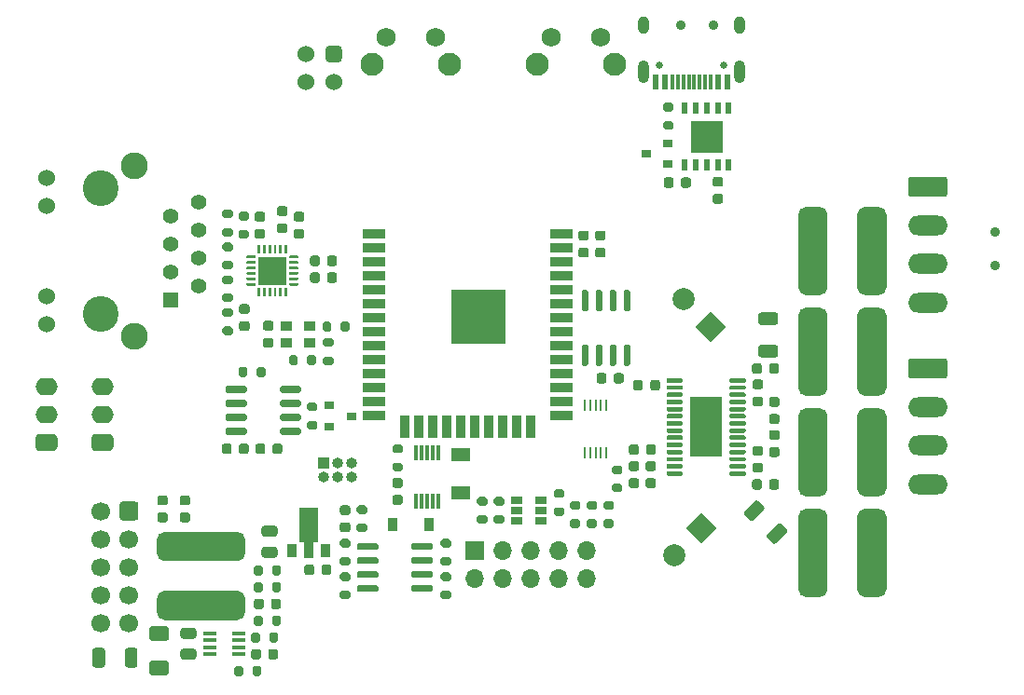
<source format=gbs>
G04 #@! TF.GenerationSoftware,KiCad,Pcbnew,(5.1.8)-1*
G04 #@! TF.CreationDate,2021-11-25T19:50:33+01:00*
G04 #@! TF.ProjectId,sensactHsNano2,73656e73-6163-4744-9873-4e616e6f322e,rev?*
G04 #@! TF.SameCoordinates,Original*
G04 #@! TF.FileFunction,Soldermask,Bot*
G04 #@! TF.FilePolarity,Negative*
%FSLAX46Y46*%
G04 Gerber Fmt 4.6, Leading zero omitted, Abs format (unit mm)*
G04 Created by KiCad (PCBNEW (5.1.8)-1) date 2021-11-25 19:50:33*
%MOMM*%
%LPD*%
G01*
G04 APERTURE LIST*
%ADD10R,2.000000X0.900000*%
%ADD11R,0.900000X2.000000*%
%ADD12R,5.000000X5.000000*%
%ADD13R,0.900000X1.200000*%
%ADD14C,0.100000*%
%ADD15R,0.900000X1.300000*%
%ADD16R,0.300000X1.400000*%
%ADD17R,1.060000X0.650000*%
%ADD18R,1.700000X1.300000*%
%ADD19O,1.700000X1.700000*%
%ADD20R,1.700000X1.700000*%
%ADD21R,0.250000X1.100000*%
%ADD22O,1.000000X1.000000*%
%ADD23R,1.000000X1.000000*%
%ADD24O,2.000000X1.600000*%
%ADD25R,1.220000X0.400000*%
%ADD26C,1.700000*%
%ADD27R,3.000000X3.000000*%
%ADD28R,0.510000X1.100000*%
%ADD29C,2.100000*%
%ADD30C,1.750000*%
%ADD31R,0.900000X0.800000*%
%ADD32O,1.000000X1.600000*%
%ADD33C,0.650000*%
%ADD34O,1.000000X2.100000*%
%ADD35R,0.300000X1.450000*%
%ADD36R,0.600000X1.450000*%
%ADD37C,0.900000*%
%ADD38R,2.850000X5.400000*%
%ADD39R,1.398000X1.398000*%
%ADD40C,1.398000*%
%ADD41C,1.530000*%
%ADD42C,2.445000*%
%ADD43C,3.250000*%
%ADD44R,1.000000X0.900000*%
%ADD45R,2.600000X2.600000*%
%ADD46C,1.524000*%
%ADD47O,3.600000X1.800000*%
%ADD48C,2.000000*%
G04 APERTURE END LIST*
G36*
G01*
X117725000Y-139311500D02*
X117225000Y-139311500D01*
G75*
G02*
X117000000Y-139086500I0J225000D01*
G01*
X117000000Y-138636500D01*
G75*
G02*
X117225000Y-138411500I225000J0D01*
G01*
X117725000Y-138411500D01*
G75*
G02*
X117950000Y-138636500I0J-225000D01*
G01*
X117950000Y-139086500D01*
G75*
G02*
X117725000Y-139311500I-225000J0D01*
G01*
G37*
G36*
G01*
X117725000Y-140861500D02*
X117225000Y-140861500D01*
G75*
G02*
X117000000Y-140636500I0J225000D01*
G01*
X117000000Y-140186500D01*
G75*
G02*
X117225000Y-139961500I225000J0D01*
G01*
X117725000Y-139961500D01*
G75*
G02*
X117950000Y-140186500I0J-225000D01*
G01*
X117950000Y-140636500D01*
G75*
G02*
X117725000Y-140861500I-225000J0D01*
G01*
G37*
G36*
G01*
X119757000Y-139311500D02*
X119257000Y-139311500D01*
G75*
G02*
X119032000Y-139086500I0J225000D01*
G01*
X119032000Y-138636500D01*
G75*
G02*
X119257000Y-138411500I225000J0D01*
G01*
X119757000Y-138411500D01*
G75*
G02*
X119982000Y-138636500I0J-225000D01*
G01*
X119982000Y-139086500D01*
G75*
G02*
X119757000Y-139311500I-225000J0D01*
G01*
G37*
G36*
G01*
X119757000Y-140861500D02*
X119257000Y-140861500D01*
G75*
G02*
X119032000Y-140636500I0J225000D01*
G01*
X119032000Y-140186500D01*
G75*
G02*
X119257000Y-139961500I225000J0D01*
G01*
X119757000Y-139961500D01*
G75*
G02*
X119982000Y-140186500I0J-225000D01*
G01*
X119982000Y-140636500D01*
G75*
G02*
X119757000Y-140861500I-225000J0D01*
G01*
G37*
G36*
G01*
X116507499Y-153427000D02*
X117807501Y-153427000D01*
G75*
G02*
X118057500Y-153676999I0J-249999D01*
G01*
X118057500Y-154502001D01*
G75*
G02*
X117807501Y-154752000I-249999J0D01*
G01*
X116507499Y-154752000D01*
G75*
G02*
X116257500Y-154502001I0J249999D01*
G01*
X116257500Y-153676999D01*
G75*
G02*
X116507499Y-153427000I249999J0D01*
G01*
G37*
G36*
G01*
X116507499Y-150302000D02*
X117807501Y-150302000D01*
G75*
G02*
X118057500Y-150551999I0J-249999D01*
G01*
X118057500Y-151377001D01*
G75*
G02*
X117807501Y-151627000I-249999J0D01*
G01*
X116507499Y-151627000D01*
G75*
G02*
X116257500Y-151377001I0J249999D01*
G01*
X116257500Y-150551999D01*
G75*
G02*
X116507499Y-150302000I249999J0D01*
G01*
G37*
G36*
G01*
X114057000Y-153812001D02*
X114057000Y-152511999D01*
G75*
G02*
X114306999Y-152262000I249999J0D01*
G01*
X114957001Y-152262000D01*
G75*
G02*
X115207000Y-152511999I0J-249999D01*
G01*
X115207000Y-153812001D01*
G75*
G02*
X114957001Y-154062000I-249999J0D01*
G01*
X114306999Y-154062000D01*
G75*
G02*
X114057000Y-153812001I0J249999D01*
G01*
G37*
G36*
G01*
X111107000Y-153812001D02*
X111107000Y-152511999D01*
G75*
G02*
X111356999Y-152262000I249999J0D01*
G01*
X112007001Y-152262000D01*
G75*
G02*
X112257000Y-152511999I0J-249999D01*
G01*
X112257000Y-153812001D01*
G75*
G02*
X112007001Y-154062000I-249999J0D01*
G01*
X111356999Y-154062000D01*
G75*
G02*
X111107000Y-153812001I0J249999D01*
G01*
G37*
G36*
G01*
X157476000Y-115245000D02*
X156976000Y-115245000D01*
G75*
G02*
X156751000Y-115020000I0J225000D01*
G01*
X156751000Y-114570000D01*
G75*
G02*
X156976000Y-114345000I225000J0D01*
G01*
X157476000Y-114345000D01*
G75*
G02*
X157701000Y-114570000I0J-225000D01*
G01*
X157701000Y-115020000D01*
G75*
G02*
X157476000Y-115245000I-225000J0D01*
G01*
G37*
G36*
G01*
X157476000Y-116795000D02*
X156976000Y-116795000D01*
G75*
G02*
X156751000Y-116570000I0J225000D01*
G01*
X156751000Y-116120000D01*
G75*
G02*
X156976000Y-115895000I225000J0D01*
G01*
X157476000Y-115895000D01*
G75*
G02*
X157701000Y-116120000I0J-225000D01*
G01*
X157701000Y-116570000D01*
G75*
G02*
X157476000Y-116795000I-225000J0D01*
G01*
G37*
G36*
G01*
X147743500Y-140188500D02*
X148293500Y-140188500D01*
G75*
G02*
X148493500Y-140388500I0J-200000D01*
G01*
X148493500Y-140788500D01*
G75*
G02*
X148293500Y-140988500I-200000J0D01*
G01*
X147743500Y-140988500D01*
G75*
G02*
X147543500Y-140788500I0J200000D01*
G01*
X147543500Y-140388500D01*
G75*
G02*
X147743500Y-140188500I200000J0D01*
G01*
G37*
G36*
G01*
X147743500Y-138538500D02*
X148293500Y-138538500D01*
G75*
G02*
X148493500Y-138738500I0J-200000D01*
G01*
X148493500Y-139138500D01*
G75*
G02*
X148293500Y-139338500I-200000J0D01*
G01*
X147743500Y-139338500D01*
G75*
G02*
X147543500Y-139138500I0J200000D01*
G01*
X147543500Y-138738500D01*
G75*
G02*
X147743500Y-138538500I200000J0D01*
G01*
G37*
G36*
G01*
X146219500Y-140188500D02*
X146769500Y-140188500D01*
G75*
G02*
X146969500Y-140388500I0J-200000D01*
G01*
X146969500Y-140788500D01*
G75*
G02*
X146769500Y-140988500I-200000J0D01*
G01*
X146219500Y-140988500D01*
G75*
G02*
X146019500Y-140788500I0J200000D01*
G01*
X146019500Y-140388500D01*
G75*
G02*
X146219500Y-140188500I200000J0D01*
G01*
G37*
G36*
G01*
X146219500Y-138538500D02*
X146769500Y-138538500D01*
G75*
G02*
X146969500Y-138738500I0J-200000D01*
G01*
X146969500Y-139138500D01*
G75*
G02*
X146769500Y-139338500I-200000J0D01*
G01*
X146219500Y-139338500D01*
G75*
G02*
X146019500Y-139138500I0J200000D01*
G01*
X146019500Y-138738500D01*
G75*
G02*
X146219500Y-138538500I200000J0D01*
G01*
G37*
D10*
X136661000Y-114674000D03*
X136661000Y-115944000D03*
X136661000Y-117214000D03*
X136661000Y-118484000D03*
X136661000Y-119754000D03*
X136661000Y-121024000D03*
X136661000Y-122294000D03*
X136661000Y-123564000D03*
X136661000Y-124834000D03*
X136661000Y-126104000D03*
X136661000Y-127374000D03*
X136661000Y-128644000D03*
X136661000Y-129914000D03*
X136661000Y-131184000D03*
D11*
X139446000Y-132184000D03*
X140716000Y-132184000D03*
X141986000Y-132184000D03*
X143256000Y-132184000D03*
X144526000Y-132184000D03*
X145796000Y-132184000D03*
X147066000Y-132184000D03*
X148336000Y-132184000D03*
X149606000Y-132184000D03*
X150876000Y-132184000D03*
D10*
X153661000Y-131184000D03*
X153661000Y-129914000D03*
X153661000Y-128644000D03*
X153661000Y-127374000D03*
X153661000Y-126104000D03*
X153661000Y-124834000D03*
X153661000Y-123564000D03*
X153661000Y-122294000D03*
X153661000Y-121024000D03*
X153661000Y-119754000D03*
X153661000Y-118484000D03*
X153661000Y-117214000D03*
X153661000Y-115944000D03*
X153661000Y-114674000D03*
D12*
X146161000Y-122174000D03*
G36*
G01*
X133798500Y-140850500D02*
X134298500Y-140850500D01*
G75*
G02*
X134523500Y-141075500I0J-225000D01*
G01*
X134523500Y-141525500D01*
G75*
G02*
X134298500Y-141750500I-225000J0D01*
G01*
X133798500Y-141750500D01*
G75*
G02*
X133573500Y-141525500I0J225000D01*
G01*
X133573500Y-141075500D01*
G75*
G02*
X133798500Y-140850500I225000J0D01*
G01*
G37*
G36*
G01*
X133798500Y-139300500D02*
X134298500Y-139300500D01*
G75*
G02*
X134523500Y-139525500I0J-225000D01*
G01*
X134523500Y-139975500D01*
G75*
G02*
X134298500Y-140200500I-225000J0D01*
G01*
X133798500Y-140200500D01*
G75*
G02*
X133573500Y-139975500I0J225000D01*
G01*
X133573500Y-139525500D01*
G75*
G02*
X133798500Y-139300500I225000J0D01*
G01*
G37*
D13*
X138367500Y-141033500D03*
X141667500Y-141033500D03*
G36*
G01*
X127665500Y-142171000D02*
X126715500Y-142171000D01*
G75*
G02*
X126465500Y-141921000I0J250000D01*
G01*
X126465500Y-141421000D01*
G75*
G02*
X126715500Y-141171000I250000J0D01*
G01*
X127665500Y-141171000D01*
G75*
G02*
X127915500Y-141421000I0J-250000D01*
G01*
X127915500Y-141921000D01*
G75*
G02*
X127665500Y-142171000I-250000J0D01*
G01*
G37*
G36*
G01*
X127665500Y-144071000D02*
X126715500Y-144071000D01*
G75*
G02*
X126465500Y-143821000I0J250000D01*
G01*
X126465500Y-143321000D01*
G75*
G02*
X126715500Y-143071000I250000J0D01*
G01*
X127665500Y-143071000D01*
G75*
G02*
X127915500Y-143321000I0J-250000D01*
G01*
X127915500Y-143821000D01*
G75*
G02*
X127665500Y-144071000I-250000J0D01*
G01*
G37*
D14*
G36*
X131613000Y-139495500D02*
G01*
X131613000Y-142620500D01*
X131196500Y-142620500D01*
X131196500Y-144095500D01*
X130296500Y-144095500D01*
X130296500Y-142620500D01*
X129880000Y-142620500D01*
X129880000Y-139495500D01*
X131613000Y-139495500D01*
G37*
D15*
X129246500Y-143445500D03*
X132246500Y-143445500D03*
D16*
X140478000Y-138915500D03*
X140978000Y-138915500D03*
X141478000Y-138915500D03*
X141978000Y-138915500D03*
X142478000Y-138915500D03*
X142478000Y-134515500D03*
X141978000Y-134515500D03*
X141478000Y-134515500D03*
X140978000Y-134515500D03*
X140478000Y-134515500D03*
D17*
X149649000Y-139763500D03*
X149649000Y-138813500D03*
X149649000Y-140713500D03*
X151849000Y-140713500D03*
X151849000Y-139763500D03*
X151849000Y-138813500D03*
G36*
G01*
X142917500Y-143998500D02*
X143467500Y-143998500D01*
G75*
G02*
X143667500Y-144198500I0J-200000D01*
G01*
X143667500Y-144598500D01*
G75*
G02*
X143467500Y-144798500I-200000J0D01*
G01*
X142917500Y-144798500D01*
G75*
G02*
X142717500Y-144598500I0J200000D01*
G01*
X142717500Y-144198500D01*
G75*
G02*
X142917500Y-143998500I200000J0D01*
G01*
G37*
G36*
G01*
X142917500Y-142348500D02*
X143467500Y-142348500D01*
G75*
G02*
X143667500Y-142548500I0J-200000D01*
G01*
X143667500Y-142948500D01*
G75*
G02*
X143467500Y-143148500I-200000J0D01*
G01*
X142917500Y-143148500D01*
G75*
G02*
X142717500Y-142948500I0J200000D01*
G01*
X142717500Y-142548500D01*
G75*
G02*
X142917500Y-142348500I200000J0D01*
G01*
G37*
G36*
G01*
X133773500Y-143998500D02*
X134323500Y-143998500D01*
G75*
G02*
X134523500Y-144198500I0J-200000D01*
G01*
X134523500Y-144598500D01*
G75*
G02*
X134323500Y-144798500I-200000J0D01*
G01*
X133773500Y-144798500D01*
G75*
G02*
X133573500Y-144598500I0J200000D01*
G01*
X133573500Y-144198500D01*
G75*
G02*
X133773500Y-143998500I200000J0D01*
G01*
G37*
G36*
G01*
X133773500Y-142348500D02*
X134323500Y-142348500D01*
G75*
G02*
X134523500Y-142548500I0J-200000D01*
G01*
X134523500Y-142948500D01*
G75*
G02*
X134323500Y-143148500I-200000J0D01*
G01*
X133773500Y-143148500D01*
G75*
G02*
X133573500Y-142948500I0J200000D01*
G01*
X133573500Y-142548500D01*
G75*
G02*
X133773500Y-142348500I200000J0D01*
G01*
G37*
G36*
G01*
X142917500Y-147046500D02*
X143467500Y-147046500D01*
G75*
G02*
X143667500Y-147246500I0J-200000D01*
G01*
X143667500Y-147646500D01*
G75*
G02*
X143467500Y-147846500I-200000J0D01*
G01*
X142917500Y-147846500D01*
G75*
G02*
X142717500Y-147646500I0J200000D01*
G01*
X142717500Y-147246500D01*
G75*
G02*
X142917500Y-147046500I200000J0D01*
G01*
G37*
G36*
G01*
X142917500Y-145396500D02*
X143467500Y-145396500D01*
G75*
G02*
X143667500Y-145596500I0J-200000D01*
G01*
X143667500Y-145996500D01*
G75*
G02*
X143467500Y-146196500I-200000J0D01*
G01*
X142917500Y-146196500D01*
G75*
G02*
X142717500Y-145996500I0J200000D01*
G01*
X142717500Y-145596500D01*
G75*
G02*
X142917500Y-145396500I200000J0D01*
G01*
G37*
G36*
G01*
X133773500Y-147046500D02*
X134323500Y-147046500D01*
G75*
G02*
X134523500Y-147246500I0J-200000D01*
G01*
X134523500Y-147646500D01*
G75*
G02*
X134323500Y-147846500I-200000J0D01*
G01*
X133773500Y-147846500D01*
G75*
G02*
X133573500Y-147646500I0J200000D01*
G01*
X133573500Y-147246500D01*
G75*
G02*
X133773500Y-147046500I200000J0D01*
G01*
G37*
G36*
G01*
X133773500Y-145396500D02*
X134323500Y-145396500D01*
G75*
G02*
X134523500Y-145596500I0J-200000D01*
G01*
X134523500Y-145996500D01*
G75*
G02*
X134323500Y-146196500I-200000J0D01*
G01*
X133773500Y-146196500D01*
G75*
G02*
X133573500Y-145996500I0J200000D01*
G01*
X133573500Y-145596500D01*
G75*
G02*
X133773500Y-145396500I200000J0D01*
G01*
G37*
G36*
G01*
X156739000Y-139719500D02*
X156189000Y-139719500D01*
G75*
G02*
X155989000Y-139519500I0J200000D01*
G01*
X155989000Y-139119500D01*
G75*
G02*
X156189000Y-138919500I200000J0D01*
G01*
X156739000Y-138919500D01*
G75*
G02*
X156939000Y-139119500I0J-200000D01*
G01*
X156939000Y-139519500D01*
G75*
G02*
X156739000Y-139719500I-200000J0D01*
G01*
G37*
G36*
G01*
X156739000Y-141369500D02*
X156189000Y-141369500D01*
G75*
G02*
X155989000Y-141169500I0J200000D01*
G01*
X155989000Y-140769500D01*
G75*
G02*
X156189000Y-140569500I200000J0D01*
G01*
X156739000Y-140569500D01*
G75*
G02*
X156939000Y-140769500I0J-200000D01*
G01*
X156939000Y-141169500D01*
G75*
G02*
X156739000Y-141369500I-200000J0D01*
G01*
G37*
G36*
G01*
X157713000Y-140569500D02*
X158263000Y-140569500D01*
G75*
G02*
X158463000Y-140769500I0J-200000D01*
G01*
X158463000Y-141169500D01*
G75*
G02*
X158263000Y-141369500I-200000J0D01*
G01*
X157713000Y-141369500D01*
G75*
G02*
X157513000Y-141169500I0J200000D01*
G01*
X157513000Y-140769500D01*
G75*
G02*
X157713000Y-140569500I200000J0D01*
G01*
G37*
G36*
G01*
X157713000Y-138919500D02*
X158263000Y-138919500D01*
G75*
G02*
X158463000Y-139119500I0J-200000D01*
G01*
X158463000Y-139519500D01*
G75*
G02*
X158263000Y-139719500I-200000J0D01*
G01*
X157713000Y-139719500D01*
G75*
G02*
X157513000Y-139519500I0J200000D01*
G01*
X157513000Y-139119500D01*
G75*
G02*
X157713000Y-138919500I200000J0D01*
G01*
G37*
G36*
G01*
X153204500Y-139490000D02*
X153754500Y-139490000D01*
G75*
G02*
X153954500Y-139690000I0J-200000D01*
G01*
X153954500Y-140090000D01*
G75*
G02*
X153754500Y-140290000I-200000J0D01*
G01*
X153204500Y-140290000D01*
G75*
G02*
X153004500Y-140090000I0J200000D01*
G01*
X153004500Y-139690000D01*
G75*
G02*
X153204500Y-139490000I200000J0D01*
G01*
G37*
G36*
G01*
X153204500Y-137840000D02*
X153754500Y-137840000D01*
G75*
G02*
X153954500Y-138040000I0J-200000D01*
G01*
X153954500Y-138440000D01*
G75*
G02*
X153754500Y-138640000I-200000J0D01*
G01*
X153204500Y-138640000D01*
G75*
G02*
X153004500Y-138440000I0J200000D01*
G01*
X153004500Y-138040000D01*
G75*
G02*
X153204500Y-137840000I200000J0D01*
G01*
G37*
G36*
G01*
X154665000Y-140569500D02*
X155215000Y-140569500D01*
G75*
G02*
X155415000Y-140769500I0J-200000D01*
G01*
X155415000Y-141169500D01*
G75*
G02*
X155215000Y-141369500I-200000J0D01*
G01*
X154665000Y-141369500D01*
G75*
G02*
X154465000Y-141169500I0J200000D01*
G01*
X154465000Y-140769500D01*
G75*
G02*
X154665000Y-140569500I200000J0D01*
G01*
G37*
G36*
G01*
X154665000Y-138919500D02*
X155215000Y-138919500D01*
G75*
G02*
X155415000Y-139119500I0J-200000D01*
G01*
X155415000Y-139519500D01*
G75*
G02*
X155215000Y-139719500I-200000J0D01*
G01*
X154665000Y-139719500D01*
G75*
G02*
X154465000Y-139519500I0J200000D01*
G01*
X154465000Y-139119500D01*
G75*
G02*
X154665000Y-138919500I200000J0D01*
G01*
G37*
G36*
G01*
X135297500Y-140950500D02*
X135847500Y-140950500D01*
G75*
G02*
X136047500Y-141150500I0J-200000D01*
G01*
X136047500Y-141550500D01*
G75*
G02*
X135847500Y-141750500I-200000J0D01*
G01*
X135297500Y-141750500D01*
G75*
G02*
X135097500Y-141550500I0J200000D01*
G01*
X135097500Y-141150500D01*
G75*
G02*
X135297500Y-140950500I200000J0D01*
G01*
G37*
G36*
G01*
X135297500Y-139300500D02*
X135847500Y-139300500D01*
G75*
G02*
X136047500Y-139500500I0J-200000D01*
G01*
X136047500Y-139900500D01*
G75*
G02*
X135847500Y-140100500I-200000J0D01*
G01*
X135297500Y-140100500D01*
G75*
G02*
X135097500Y-139900500I0J200000D01*
G01*
X135097500Y-139500500D01*
G75*
G02*
X135297500Y-139300500I200000J0D01*
G01*
G37*
D18*
X144526000Y-134711500D03*
X144526000Y-138211500D03*
G36*
G01*
X139061000Y-137724000D02*
X138561000Y-137724000D01*
G75*
G02*
X138336000Y-137499000I0J225000D01*
G01*
X138336000Y-137049000D01*
G75*
G02*
X138561000Y-136824000I225000J0D01*
G01*
X139061000Y-136824000D01*
G75*
G02*
X139286000Y-137049000I0J-225000D01*
G01*
X139286000Y-137499000D01*
G75*
G02*
X139061000Y-137724000I-225000J0D01*
G01*
G37*
G36*
G01*
X139061000Y-139274000D02*
X138561000Y-139274000D01*
G75*
G02*
X138336000Y-139049000I0J225000D01*
G01*
X138336000Y-138599000D01*
G75*
G02*
X138561000Y-138374000I225000J0D01*
G01*
X139061000Y-138374000D01*
G75*
G02*
X139286000Y-138599000I0J-225000D01*
G01*
X139286000Y-139049000D01*
G75*
G02*
X139061000Y-139274000I-225000J0D01*
G01*
G37*
G36*
G01*
X131897000Y-145411000D02*
X131897000Y-144911000D01*
G75*
G02*
X132122000Y-144686000I225000J0D01*
G01*
X132572000Y-144686000D01*
G75*
G02*
X132797000Y-144911000I0J-225000D01*
G01*
X132797000Y-145411000D01*
G75*
G02*
X132572000Y-145636000I-225000J0D01*
G01*
X132122000Y-145636000D01*
G75*
G02*
X131897000Y-145411000I0J225000D01*
G01*
G37*
G36*
G01*
X130347000Y-145411000D02*
X130347000Y-144911000D01*
G75*
G02*
X130572000Y-144686000I225000J0D01*
G01*
X131022000Y-144686000D01*
G75*
G02*
X131247000Y-144911000I0J-225000D01*
G01*
X131247000Y-145411000D01*
G75*
G02*
X131022000Y-145636000I-225000J0D01*
G01*
X130572000Y-145636000D01*
G75*
G02*
X130347000Y-145411000I0J225000D01*
G01*
G37*
D19*
X155956000Y-145986500D03*
X155956000Y-143446500D03*
X153416000Y-145986500D03*
X153416000Y-143446500D03*
X150876000Y-145986500D03*
X150876000Y-143446500D03*
X148336000Y-145986500D03*
X148336000Y-143446500D03*
X145796000Y-145986500D03*
D20*
X145796000Y-143446500D03*
D21*
X157781500Y-130247500D03*
X157281500Y-130247500D03*
X156781500Y-130247500D03*
X156281500Y-130247500D03*
X155781500Y-130247500D03*
X155781500Y-134547500D03*
X156281500Y-134547500D03*
X156781500Y-134547500D03*
X157281500Y-134547500D03*
X157781500Y-134547500D03*
G36*
G01*
X137057000Y-142915500D02*
X137057000Y-143215500D01*
G75*
G02*
X136907000Y-143365500I-150000J0D01*
G01*
X135257000Y-143365500D01*
G75*
G02*
X135107000Y-143215500I0J150000D01*
G01*
X135107000Y-142915500D01*
G75*
G02*
X135257000Y-142765500I150000J0D01*
G01*
X136907000Y-142765500D01*
G75*
G02*
X137057000Y-142915500I0J-150000D01*
G01*
G37*
G36*
G01*
X137057000Y-144185500D02*
X137057000Y-144485500D01*
G75*
G02*
X136907000Y-144635500I-150000J0D01*
G01*
X135257000Y-144635500D01*
G75*
G02*
X135107000Y-144485500I0J150000D01*
G01*
X135107000Y-144185500D01*
G75*
G02*
X135257000Y-144035500I150000J0D01*
G01*
X136907000Y-144035500D01*
G75*
G02*
X137057000Y-144185500I0J-150000D01*
G01*
G37*
G36*
G01*
X137057000Y-145455500D02*
X137057000Y-145755500D01*
G75*
G02*
X136907000Y-145905500I-150000J0D01*
G01*
X135257000Y-145905500D01*
G75*
G02*
X135107000Y-145755500I0J150000D01*
G01*
X135107000Y-145455500D01*
G75*
G02*
X135257000Y-145305500I150000J0D01*
G01*
X136907000Y-145305500D01*
G75*
G02*
X137057000Y-145455500I0J-150000D01*
G01*
G37*
G36*
G01*
X137057000Y-146725500D02*
X137057000Y-147025500D01*
G75*
G02*
X136907000Y-147175500I-150000J0D01*
G01*
X135257000Y-147175500D01*
G75*
G02*
X135107000Y-147025500I0J150000D01*
G01*
X135107000Y-146725500D01*
G75*
G02*
X135257000Y-146575500I150000J0D01*
G01*
X136907000Y-146575500D01*
G75*
G02*
X137057000Y-146725500I0J-150000D01*
G01*
G37*
G36*
G01*
X142007000Y-146725500D02*
X142007000Y-147025500D01*
G75*
G02*
X141857000Y-147175500I-150000J0D01*
G01*
X140207000Y-147175500D01*
G75*
G02*
X140057000Y-147025500I0J150000D01*
G01*
X140057000Y-146725500D01*
G75*
G02*
X140207000Y-146575500I150000J0D01*
G01*
X141857000Y-146575500D01*
G75*
G02*
X142007000Y-146725500I0J-150000D01*
G01*
G37*
G36*
G01*
X142007000Y-145455500D02*
X142007000Y-145755500D01*
G75*
G02*
X141857000Y-145905500I-150000J0D01*
G01*
X140207000Y-145905500D01*
G75*
G02*
X140057000Y-145755500I0J150000D01*
G01*
X140057000Y-145455500D01*
G75*
G02*
X140207000Y-145305500I150000J0D01*
G01*
X141857000Y-145305500D01*
G75*
G02*
X142007000Y-145455500I0J-150000D01*
G01*
G37*
G36*
G01*
X142007000Y-144185500D02*
X142007000Y-144485500D01*
G75*
G02*
X141857000Y-144635500I-150000J0D01*
G01*
X140207000Y-144635500D01*
G75*
G02*
X140057000Y-144485500I0J150000D01*
G01*
X140057000Y-144185500D01*
G75*
G02*
X140207000Y-144035500I150000J0D01*
G01*
X141857000Y-144035500D01*
G75*
G02*
X142007000Y-144185500I0J-150000D01*
G01*
G37*
G36*
G01*
X142007000Y-142915500D02*
X142007000Y-143215500D01*
G75*
G02*
X141857000Y-143365500I-150000J0D01*
G01*
X140207000Y-143365500D01*
G75*
G02*
X140057000Y-143215500I0J150000D01*
G01*
X140057000Y-142915500D01*
G75*
G02*
X140207000Y-142765500I150000J0D01*
G01*
X141857000Y-142765500D01*
G75*
G02*
X142007000Y-142915500I0J-150000D01*
G01*
G37*
D22*
X134620000Y-136715500D03*
X134620000Y-135445500D03*
X133350000Y-136715500D03*
X133350000Y-135445500D03*
X132080000Y-136715500D03*
D23*
X132080000Y-135445500D03*
D24*
X106934000Y-128524000D03*
X112014000Y-128524000D03*
X106934000Y-131064000D03*
X112014000Y-131064000D03*
G36*
G01*
X107534000Y-134404000D02*
X106334000Y-134404000D01*
G75*
G02*
X105934000Y-134004000I0J400000D01*
G01*
X105934000Y-133204000D01*
G75*
G02*
X106334000Y-132804000I400000J0D01*
G01*
X107534000Y-132804000D01*
G75*
G02*
X107934000Y-133204000I0J-400000D01*
G01*
X107934000Y-134004000D01*
G75*
G02*
X107534000Y-134404000I-400000J0D01*
G01*
G37*
G36*
G01*
X112614000Y-134404000D02*
X111414000Y-134404000D01*
G75*
G02*
X111014000Y-134004000I0J400000D01*
G01*
X111014000Y-133204000D01*
G75*
G02*
X111414000Y-132804000I400000J0D01*
G01*
X112614000Y-132804000D01*
G75*
G02*
X113014000Y-133204000I0J-400000D01*
G01*
X113014000Y-134004000D01*
G75*
G02*
X112614000Y-134404000I-400000J0D01*
G01*
G37*
G36*
G01*
X127325000Y-148522500D02*
X127325000Y-148022500D01*
G75*
G02*
X127550000Y-147797500I225000J0D01*
G01*
X128000000Y-147797500D01*
G75*
G02*
X128225000Y-148022500I0J-225000D01*
G01*
X128225000Y-148522500D01*
G75*
G02*
X128000000Y-148747500I-225000J0D01*
G01*
X127550000Y-148747500D01*
G75*
G02*
X127325000Y-148522500I0J225000D01*
G01*
G37*
G36*
G01*
X125775000Y-148522500D02*
X125775000Y-148022500D01*
G75*
G02*
X126000000Y-147797500I225000J0D01*
G01*
X126450000Y-147797500D01*
G75*
G02*
X126675000Y-148022500I0J-225000D01*
G01*
X126675000Y-148522500D01*
G75*
G02*
X126450000Y-148747500I-225000J0D01*
G01*
X126000000Y-148747500D01*
G75*
G02*
X125775000Y-148522500I0J225000D01*
G01*
G37*
G36*
G01*
X126421000Y-152594500D02*
X126421000Y-153094500D01*
G75*
G02*
X126196000Y-153319500I-225000J0D01*
G01*
X125746000Y-153319500D01*
G75*
G02*
X125521000Y-153094500I0J225000D01*
G01*
X125521000Y-152594500D01*
G75*
G02*
X125746000Y-152369500I225000J0D01*
G01*
X126196000Y-152369500D01*
G75*
G02*
X126421000Y-152594500I0J-225000D01*
G01*
G37*
G36*
G01*
X127971000Y-152594500D02*
X127971000Y-153094500D01*
G75*
G02*
X127746000Y-153319500I-225000J0D01*
G01*
X127296000Y-153319500D01*
G75*
G02*
X127071000Y-153094500I0J225000D01*
G01*
X127071000Y-152594500D01*
G75*
G02*
X127296000Y-152369500I225000J0D01*
G01*
X127746000Y-152369500D01*
G75*
G02*
X127971000Y-152594500I0J-225000D01*
G01*
G37*
D25*
X124373000Y-152862000D03*
X124373000Y-152222000D03*
X124373000Y-151562000D03*
X124373000Y-150922000D03*
X121753000Y-150922000D03*
X121753000Y-151562000D03*
X121753000Y-152222000D03*
X121753000Y-152862000D03*
G36*
G01*
X127425000Y-145499500D02*
X127425000Y-144949500D01*
G75*
G02*
X127625000Y-144749500I200000J0D01*
G01*
X128025000Y-144749500D01*
G75*
G02*
X128225000Y-144949500I0J-200000D01*
G01*
X128225000Y-145499500D01*
G75*
G02*
X128025000Y-145699500I-200000J0D01*
G01*
X127625000Y-145699500D01*
G75*
G02*
X127425000Y-145499500I0J200000D01*
G01*
G37*
G36*
G01*
X125775000Y-145499500D02*
X125775000Y-144949500D01*
G75*
G02*
X125975000Y-144749500I200000J0D01*
G01*
X126375000Y-144749500D01*
G75*
G02*
X126575000Y-144949500I0J-200000D01*
G01*
X126575000Y-145499500D01*
G75*
G02*
X126375000Y-145699500I-200000J0D01*
G01*
X125975000Y-145699500D01*
G75*
G02*
X125775000Y-145499500I0J200000D01*
G01*
G37*
G36*
G01*
X127425000Y-147023500D02*
X127425000Y-146473500D01*
G75*
G02*
X127625000Y-146273500I200000J0D01*
G01*
X128025000Y-146273500D01*
G75*
G02*
X128225000Y-146473500I0J-200000D01*
G01*
X128225000Y-147023500D01*
G75*
G02*
X128025000Y-147223500I-200000J0D01*
G01*
X127625000Y-147223500D01*
G75*
G02*
X127425000Y-147023500I0J200000D01*
G01*
G37*
G36*
G01*
X125775000Y-147023500D02*
X125775000Y-146473500D01*
G75*
G02*
X125975000Y-146273500I200000J0D01*
G01*
X126375000Y-146273500D01*
G75*
G02*
X126575000Y-146473500I0J-200000D01*
G01*
X126575000Y-147023500D01*
G75*
G02*
X126375000Y-147223500I-200000J0D01*
G01*
X125975000Y-147223500D01*
G75*
G02*
X125775000Y-147023500I0J200000D01*
G01*
G37*
G36*
G01*
X126575000Y-149521500D02*
X126575000Y-150071500D01*
G75*
G02*
X126375000Y-150271500I-200000J0D01*
G01*
X125975000Y-150271500D01*
G75*
G02*
X125775000Y-150071500I0J200000D01*
G01*
X125775000Y-149521500D01*
G75*
G02*
X125975000Y-149321500I200000J0D01*
G01*
X126375000Y-149321500D01*
G75*
G02*
X126575000Y-149521500I0J-200000D01*
G01*
G37*
G36*
G01*
X128225000Y-149521500D02*
X128225000Y-150071500D01*
G75*
G02*
X128025000Y-150271500I-200000J0D01*
G01*
X127625000Y-150271500D01*
G75*
G02*
X127425000Y-150071500I0J200000D01*
G01*
X127425000Y-149521500D01*
G75*
G02*
X127625000Y-149321500I200000J0D01*
G01*
X128025000Y-149321500D01*
G75*
G02*
X128225000Y-149521500I0J-200000D01*
G01*
G37*
G36*
G01*
X124797000Y-154093500D02*
X124797000Y-154643500D01*
G75*
G02*
X124597000Y-154843500I-200000J0D01*
G01*
X124197000Y-154843500D01*
G75*
G02*
X123997000Y-154643500I0J200000D01*
G01*
X123997000Y-154093500D01*
G75*
G02*
X124197000Y-153893500I200000J0D01*
G01*
X124597000Y-153893500D01*
G75*
G02*
X124797000Y-154093500I0J-200000D01*
G01*
G37*
G36*
G01*
X126447000Y-154093500D02*
X126447000Y-154643500D01*
G75*
G02*
X126247000Y-154843500I-200000J0D01*
G01*
X125847000Y-154843500D01*
G75*
G02*
X125647000Y-154643500I0J200000D01*
G01*
X125647000Y-154093500D01*
G75*
G02*
X125847000Y-153893500I200000J0D01*
G01*
X126247000Y-153893500D01*
G75*
G02*
X126447000Y-154093500I0J-200000D01*
G01*
G37*
G36*
G01*
X126321000Y-151045500D02*
X126321000Y-151595500D01*
G75*
G02*
X126121000Y-151795500I-200000J0D01*
G01*
X125721000Y-151795500D01*
G75*
G02*
X125521000Y-151595500I0J200000D01*
G01*
X125521000Y-151045500D01*
G75*
G02*
X125721000Y-150845500I200000J0D01*
G01*
X126121000Y-150845500D01*
G75*
G02*
X126321000Y-151045500I0J-200000D01*
G01*
G37*
G36*
G01*
X127971000Y-151045500D02*
X127971000Y-151595500D01*
G75*
G02*
X127771000Y-151795500I-200000J0D01*
G01*
X127371000Y-151795500D01*
G75*
G02*
X127171000Y-151595500I0J200000D01*
G01*
X127171000Y-151045500D01*
G75*
G02*
X127371000Y-150845500I200000J0D01*
G01*
X127771000Y-150845500D01*
G75*
G02*
X127971000Y-151045500I0J-200000D01*
G01*
G37*
G36*
G01*
X117630000Y-147082500D02*
X124305000Y-147082500D01*
G75*
G02*
X124967500Y-147745000I0J-662500D01*
G01*
X124967500Y-149070000D01*
G75*
G02*
X124305000Y-149732500I-662500J0D01*
G01*
X117630000Y-149732500D01*
G75*
G02*
X116967500Y-149070000I0J662500D01*
G01*
X116967500Y-147745000D01*
G75*
G02*
X117630000Y-147082500I662500J0D01*
G01*
G37*
G36*
G01*
X117630000Y-141732500D02*
X124305000Y-141732500D01*
G75*
G02*
X124967500Y-142395000I0J-662500D01*
G01*
X124967500Y-143720000D01*
G75*
G02*
X124305000Y-144382500I-662500J0D01*
G01*
X117630000Y-144382500D01*
G75*
G02*
X116967500Y-143720000I0J662500D01*
G01*
X116967500Y-142395000D01*
G75*
G02*
X117630000Y-141732500I662500J0D01*
G01*
G37*
G36*
G01*
X128119000Y-132738000D02*
X128119000Y-132438000D01*
G75*
G02*
X128269000Y-132288000I150000J0D01*
G01*
X129919000Y-132288000D01*
G75*
G02*
X130069000Y-132438000I0J-150000D01*
G01*
X130069000Y-132738000D01*
G75*
G02*
X129919000Y-132888000I-150000J0D01*
G01*
X128269000Y-132888000D01*
G75*
G02*
X128119000Y-132738000I0J150000D01*
G01*
G37*
G36*
G01*
X128119000Y-131468000D02*
X128119000Y-131168000D01*
G75*
G02*
X128269000Y-131018000I150000J0D01*
G01*
X129919000Y-131018000D01*
G75*
G02*
X130069000Y-131168000I0J-150000D01*
G01*
X130069000Y-131468000D01*
G75*
G02*
X129919000Y-131618000I-150000J0D01*
G01*
X128269000Y-131618000D01*
G75*
G02*
X128119000Y-131468000I0J150000D01*
G01*
G37*
G36*
G01*
X128119000Y-130198000D02*
X128119000Y-129898000D01*
G75*
G02*
X128269000Y-129748000I150000J0D01*
G01*
X129919000Y-129748000D01*
G75*
G02*
X130069000Y-129898000I0J-150000D01*
G01*
X130069000Y-130198000D01*
G75*
G02*
X129919000Y-130348000I-150000J0D01*
G01*
X128269000Y-130348000D01*
G75*
G02*
X128119000Y-130198000I0J150000D01*
G01*
G37*
G36*
G01*
X128119000Y-128928000D02*
X128119000Y-128628000D01*
G75*
G02*
X128269000Y-128478000I150000J0D01*
G01*
X129919000Y-128478000D01*
G75*
G02*
X130069000Y-128628000I0J-150000D01*
G01*
X130069000Y-128928000D01*
G75*
G02*
X129919000Y-129078000I-150000J0D01*
G01*
X128269000Y-129078000D01*
G75*
G02*
X128119000Y-128928000I0J150000D01*
G01*
G37*
G36*
G01*
X123169000Y-128928000D02*
X123169000Y-128628000D01*
G75*
G02*
X123319000Y-128478000I150000J0D01*
G01*
X124969000Y-128478000D01*
G75*
G02*
X125119000Y-128628000I0J-150000D01*
G01*
X125119000Y-128928000D01*
G75*
G02*
X124969000Y-129078000I-150000J0D01*
G01*
X123319000Y-129078000D01*
G75*
G02*
X123169000Y-128928000I0J150000D01*
G01*
G37*
G36*
G01*
X123169000Y-130198000D02*
X123169000Y-129898000D01*
G75*
G02*
X123319000Y-129748000I150000J0D01*
G01*
X124969000Y-129748000D01*
G75*
G02*
X125119000Y-129898000I0J-150000D01*
G01*
X125119000Y-130198000D01*
G75*
G02*
X124969000Y-130348000I-150000J0D01*
G01*
X123319000Y-130348000D01*
G75*
G02*
X123169000Y-130198000I0J150000D01*
G01*
G37*
G36*
G01*
X123169000Y-131468000D02*
X123169000Y-131168000D01*
G75*
G02*
X123319000Y-131018000I150000J0D01*
G01*
X124969000Y-131018000D01*
G75*
G02*
X125119000Y-131168000I0J-150000D01*
G01*
X125119000Y-131468000D01*
G75*
G02*
X124969000Y-131618000I-150000J0D01*
G01*
X123319000Y-131618000D01*
G75*
G02*
X123169000Y-131468000I0J150000D01*
G01*
G37*
G36*
G01*
X123169000Y-132738000D02*
X123169000Y-132438000D01*
G75*
G02*
X123319000Y-132288000I150000J0D01*
G01*
X124969000Y-132288000D01*
G75*
G02*
X125119000Y-132438000I0J-150000D01*
G01*
X125119000Y-132738000D01*
G75*
G02*
X124969000Y-132888000I-150000J0D01*
G01*
X123319000Y-132888000D01*
G75*
G02*
X123169000Y-132738000I0J150000D01*
G01*
G37*
D26*
X111887000Y-149987000D03*
X111887000Y-147447000D03*
X111887000Y-144907000D03*
X111887000Y-142367000D03*
X111887000Y-139827000D03*
X114427000Y-149987000D03*
X114427000Y-147447000D03*
X114427000Y-144907000D03*
X114427000Y-142367000D03*
G36*
G01*
X115277000Y-139227000D02*
X115277000Y-140427000D01*
G75*
G02*
X115027000Y-140677000I-250000J0D01*
G01*
X113827000Y-140677000D01*
G75*
G02*
X113577000Y-140427000I0J250000D01*
G01*
X113577000Y-139227000D01*
G75*
G02*
X113827000Y-138977000I250000J0D01*
G01*
X115027000Y-138977000D01*
G75*
G02*
X115277000Y-139227000I0J-250000D01*
G01*
G37*
G36*
G01*
X132798000Y-122788000D02*
X132798000Y-123338000D01*
G75*
G02*
X132598000Y-123538000I-200000J0D01*
G01*
X132198000Y-123538000D01*
G75*
G02*
X131998000Y-123338000I0J200000D01*
G01*
X131998000Y-122788000D01*
G75*
G02*
X132198000Y-122588000I200000J0D01*
G01*
X132598000Y-122588000D01*
G75*
G02*
X132798000Y-122788000I0J-200000D01*
G01*
G37*
G36*
G01*
X134448000Y-122788000D02*
X134448000Y-123338000D01*
G75*
G02*
X134248000Y-123538000I-200000J0D01*
G01*
X133848000Y-123538000D01*
G75*
G02*
X133648000Y-123338000I0J200000D01*
G01*
X133648000Y-122788000D01*
G75*
G02*
X133848000Y-122588000I200000J0D01*
G01*
X134248000Y-122588000D01*
G75*
G02*
X134448000Y-122788000I0J-200000D01*
G01*
G37*
G36*
G01*
X130600000Y-126386000D02*
X130600000Y-125836000D01*
G75*
G02*
X130800000Y-125636000I200000J0D01*
G01*
X131200000Y-125636000D01*
G75*
G02*
X131400000Y-125836000I0J-200000D01*
G01*
X131400000Y-126386000D01*
G75*
G02*
X131200000Y-126586000I-200000J0D01*
G01*
X130800000Y-126586000D01*
G75*
G02*
X130600000Y-126386000I0J200000D01*
G01*
G37*
G36*
G01*
X128950000Y-126386000D02*
X128950000Y-125836000D01*
G75*
G02*
X129150000Y-125636000I200000J0D01*
G01*
X129550000Y-125636000D01*
G75*
G02*
X129750000Y-125836000I0J-200000D01*
G01*
X129750000Y-126386000D01*
G75*
G02*
X129550000Y-126586000I-200000J0D01*
G01*
X129150000Y-126586000D01*
G75*
G02*
X128950000Y-126386000I0J200000D01*
G01*
G37*
G36*
G01*
X139086000Y-134576000D02*
X138536000Y-134576000D01*
G75*
G02*
X138336000Y-134376000I0J200000D01*
G01*
X138336000Y-133976000D01*
G75*
G02*
X138536000Y-133776000I200000J0D01*
G01*
X139086000Y-133776000D01*
G75*
G02*
X139286000Y-133976000I0J-200000D01*
G01*
X139286000Y-134376000D01*
G75*
G02*
X139086000Y-134576000I-200000J0D01*
G01*
G37*
G36*
G01*
X139086000Y-136226000D02*
X138536000Y-136226000D01*
G75*
G02*
X138336000Y-136026000I0J200000D01*
G01*
X138336000Y-135626000D01*
G75*
G02*
X138536000Y-135426000I200000J0D01*
G01*
X139086000Y-135426000D01*
G75*
G02*
X139286000Y-135626000I0J-200000D01*
G01*
X139286000Y-136026000D01*
G75*
G02*
X139086000Y-136226000I-200000J0D01*
G01*
G37*
G36*
G01*
X125178000Y-126915500D02*
X125178000Y-127465500D01*
G75*
G02*
X124978000Y-127665500I-200000J0D01*
G01*
X124578000Y-127665500D01*
G75*
G02*
X124378000Y-127465500I0J200000D01*
G01*
X124378000Y-126915500D01*
G75*
G02*
X124578000Y-126715500I200000J0D01*
G01*
X124978000Y-126715500D01*
G75*
G02*
X125178000Y-126915500I0J-200000D01*
G01*
G37*
G36*
G01*
X126828000Y-126915500D02*
X126828000Y-127465500D01*
G75*
G02*
X126628000Y-127665500I-200000J0D01*
G01*
X126228000Y-127665500D01*
G75*
G02*
X126028000Y-127465500I0J200000D01*
G01*
X126028000Y-126915500D01*
G75*
G02*
X126228000Y-126715500I200000J0D01*
G01*
X126628000Y-126715500D01*
G75*
G02*
X126828000Y-126915500I0J-200000D01*
G01*
G37*
D27*
X166878000Y-105791000D03*
D28*
X164878000Y-108341000D03*
X165878000Y-108341000D03*
X168878000Y-103241000D03*
X166878000Y-108341000D03*
X167878000Y-108341000D03*
X168878000Y-108341000D03*
X167878000Y-103241000D03*
X166878000Y-103241000D03*
X165878000Y-103241000D03*
X164878000Y-103241000D03*
D29*
X151490000Y-99240000D03*
D30*
X152750000Y-96750000D03*
X157250000Y-96750000D03*
D29*
X158500000Y-99240000D03*
X136490000Y-99240000D03*
D30*
X137750000Y-96750000D03*
X142250000Y-96750000D03*
D29*
X143500000Y-99240000D03*
G36*
G01*
X163660500Y-103524500D02*
X163110500Y-103524500D01*
G75*
G02*
X162910500Y-103324500I0J200000D01*
G01*
X162910500Y-102924500D01*
G75*
G02*
X163110500Y-102724500I200000J0D01*
G01*
X163660500Y-102724500D01*
G75*
G02*
X163860500Y-102924500I0J-200000D01*
G01*
X163860500Y-103324500D01*
G75*
G02*
X163660500Y-103524500I-200000J0D01*
G01*
G37*
G36*
G01*
X163660500Y-105174500D02*
X163110500Y-105174500D01*
G75*
G02*
X162910500Y-104974500I0J200000D01*
G01*
X162910500Y-104574500D01*
G75*
G02*
X163110500Y-104374500I200000J0D01*
G01*
X163660500Y-104374500D01*
G75*
G02*
X163860500Y-104574500I0J-200000D01*
G01*
X163860500Y-104974500D01*
G75*
G02*
X163660500Y-105174500I-200000J0D01*
G01*
G37*
G36*
G01*
X130789000Y-131616000D02*
X131339000Y-131616000D01*
G75*
G02*
X131539000Y-131816000I0J-200000D01*
G01*
X131539000Y-132216000D01*
G75*
G02*
X131339000Y-132416000I-200000J0D01*
G01*
X130789000Y-132416000D01*
G75*
G02*
X130589000Y-132216000I0J200000D01*
G01*
X130589000Y-131816000D01*
G75*
G02*
X130789000Y-131616000I200000J0D01*
G01*
G37*
G36*
G01*
X130789000Y-129966000D02*
X131339000Y-129966000D01*
G75*
G02*
X131539000Y-130166000I0J-200000D01*
G01*
X131539000Y-130566000D01*
G75*
G02*
X131339000Y-130766000I-200000J0D01*
G01*
X130789000Y-130766000D01*
G75*
G02*
X130589000Y-130566000I0J200000D01*
G01*
X130589000Y-130166000D01*
G75*
G02*
X130789000Y-129966000I200000J0D01*
G01*
G37*
D31*
X161369500Y-107378500D03*
X163369500Y-108328500D03*
X163369500Y-106428500D03*
X134604000Y-131191000D03*
X132604000Y-130241000D03*
X132604000Y-132141000D03*
D32*
X169820000Y-95700000D03*
D33*
X168390000Y-99350000D03*
D32*
X161180000Y-95700000D03*
D33*
X162610000Y-99350000D03*
D34*
X161180000Y-99880000D03*
X169820000Y-99880000D03*
D35*
X165250000Y-100795000D03*
X167250000Y-100795000D03*
X166750000Y-100795000D03*
X166250000Y-100795000D03*
X165750000Y-100795000D03*
X164750000Y-100795000D03*
X164250000Y-100795000D03*
X163750000Y-100795000D03*
D36*
X168750000Y-100795000D03*
X167950000Y-100795000D03*
X163050000Y-100795000D03*
X162250000Y-100795000D03*
X162250000Y-100795000D03*
X163050000Y-100795000D03*
X167950000Y-100795000D03*
X168750000Y-100795000D03*
G36*
G01*
X164536000Y-110232000D02*
X164536000Y-109732000D01*
G75*
G02*
X164761000Y-109507000I225000J0D01*
G01*
X165211000Y-109507000D01*
G75*
G02*
X165436000Y-109732000I0J-225000D01*
G01*
X165436000Y-110232000D01*
G75*
G02*
X165211000Y-110457000I-225000J0D01*
G01*
X164761000Y-110457000D01*
G75*
G02*
X164536000Y-110232000I0J225000D01*
G01*
G37*
G36*
G01*
X162986000Y-110232000D02*
X162986000Y-109732000D01*
G75*
G02*
X163211000Y-109507000I225000J0D01*
G01*
X163661000Y-109507000D01*
G75*
G02*
X163886000Y-109732000I0J-225000D01*
G01*
X163886000Y-110232000D01*
G75*
G02*
X163661000Y-110457000I-225000J0D01*
G01*
X163211000Y-110457000D01*
G75*
G02*
X162986000Y-110232000I0J225000D01*
G01*
G37*
G36*
G01*
X167644000Y-111005500D02*
X168144000Y-111005500D01*
G75*
G02*
X168369000Y-111230500I0J-225000D01*
G01*
X168369000Y-111680500D01*
G75*
G02*
X168144000Y-111905500I-225000J0D01*
G01*
X167644000Y-111905500D01*
G75*
G02*
X167419000Y-111680500I0J225000D01*
G01*
X167419000Y-111230500D01*
G75*
G02*
X167644000Y-111005500I225000J0D01*
G01*
G37*
G36*
G01*
X167644000Y-109455500D02*
X168144000Y-109455500D01*
G75*
G02*
X168369000Y-109680500I0J-225000D01*
G01*
X168369000Y-110130500D01*
G75*
G02*
X168144000Y-110355500I-225000J0D01*
G01*
X167644000Y-110355500D01*
G75*
G02*
X167419000Y-110130500I0J225000D01*
G01*
X167419000Y-109680500D01*
G75*
G02*
X167644000Y-109455500I225000J0D01*
G01*
G37*
G36*
G01*
X177847000Y-122011500D02*
X177847000Y-128686500D01*
G75*
G02*
X177184500Y-129349000I-662500J0D01*
G01*
X175859500Y-129349000D01*
G75*
G02*
X175197000Y-128686500I0J662500D01*
G01*
X175197000Y-122011500D01*
G75*
G02*
X175859500Y-121349000I662500J0D01*
G01*
X177184500Y-121349000D01*
G75*
G02*
X177847000Y-122011500I0J-662500D01*
G01*
G37*
G36*
G01*
X183197000Y-122011500D02*
X183197000Y-128686500D01*
G75*
G02*
X182534500Y-129349000I-662500J0D01*
G01*
X181209500Y-129349000D01*
G75*
G02*
X180547000Y-128686500I0J662500D01*
G01*
X180547000Y-122011500D01*
G75*
G02*
X181209500Y-121349000I662500J0D01*
G01*
X182534500Y-121349000D01*
G75*
G02*
X183197000Y-122011500I0J-662500D01*
G01*
G37*
G36*
G01*
X177847000Y-112862500D02*
X177847000Y-119537500D01*
G75*
G02*
X177184500Y-120200000I-662500J0D01*
G01*
X175859500Y-120200000D01*
G75*
G02*
X175197000Y-119537500I0J662500D01*
G01*
X175197000Y-112862500D01*
G75*
G02*
X175859500Y-112200000I662500J0D01*
G01*
X177184500Y-112200000D01*
G75*
G02*
X177847000Y-112862500I0J-662500D01*
G01*
G37*
G36*
G01*
X183197000Y-112862500D02*
X183197000Y-119537500D01*
G75*
G02*
X182534500Y-120200000I-662500J0D01*
G01*
X181209500Y-120200000D01*
G75*
G02*
X180547000Y-119537500I0J662500D01*
G01*
X180547000Y-112862500D01*
G75*
G02*
X181209500Y-112200000I662500J0D01*
G01*
X182534500Y-112200000D01*
G75*
G02*
X183197000Y-112862500I0J-662500D01*
G01*
G37*
G36*
G01*
X177847000Y-131155500D02*
X177847000Y-137830500D01*
G75*
G02*
X177184500Y-138493000I-662500J0D01*
G01*
X175859500Y-138493000D01*
G75*
G02*
X175197000Y-137830500I0J662500D01*
G01*
X175197000Y-131155500D01*
G75*
G02*
X175859500Y-130493000I662500J0D01*
G01*
X177184500Y-130493000D01*
G75*
G02*
X177847000Y-131155500I0J-662500D01*
G01*
G37*
G36*
G01*
X183197000Y-131155500D02*
X183197000Y-137830500D01*
G75*
G02*
X182534500Y-138493000I-662500J0D01*
G01*
X181209500Y-138493000D01*
G75*
G02*
X180547000Y-137830500I0J662500D01*
G01*
X180547000Y-131155500D01*
G75*
G02*
X181209500Y-130493000I662500J0D01*
G01*
X182534500Y-130493000D01*
G75*
G02*
X183197000Y-131155500I0J-662500D01*
G01*
G37*
G36*
G01*
X177847000Y-140299500D02*
X177847000Y-146974500D01*
G75*
G02*
X177184500Y-147637000I-662500J0D01*
G01*
X175859500Y-147637000D01*
G75*
G02*
X175197000Y-146974500I0J662500D01*
G01*
X175197000Y-140299500D01*
G75*
G02*
X175859500Y-139637000I662500J0D01*
G01*
X177184500Y-139637000D01*
G75*
G02*
X177847000Y-140299500I0J-662500D01*
G01*
G37*
G36*
G01*
X183197000Y-140299500D02*
X183197000Y-146974500D01*
G75*
G02*
X182534500Y-147637000I-662500J0D01*
G01*
X181209500Y-147637000D01*
G75*
G02*
X180547000Y-146974500I0J662500D01*
G01*
X180547000Y-140299500D01*
G75*
G02*
X181209500Y-139637000I662500J0D01*
G01*
X182534500Y-139637000D01*
G75*
G02*
X183197000Y-140299500I0J-662500D01*
G01*
G37*
D37*
X167500000Y-95670000D03*
X164500000Y-95670000D03*
G36*
G01*
X119349500Y-152342000D02*
X120299500Y-152342000D01*
G75*
G02*
X120549500Y-152592000I0J-250000D01*
G01*
X120549500Y-153092000D01*
G75*
G02*
X120299500Y-153342000I-250000J0D01*
G01*
X119349500Y-153342000D01*
G75*
G02*
X119099500Y-153092000I0J250000D01*
G01*
X119099500Y-152592000D01*
G75*
G02*
X119349500Y-152342000I250000J0D01*
G01*
G37*
G36*
G01*
X119349500Y-150442000D02*
X120299500Y-150442000D01*
G75*
G02*
X120549500Y-150692000I0J-250000D01*
G01*
X120549500Y-151192000D01*
G75*
G02*
X120299500Y-151442000I-250000J0D01*
G01*
X119349500Y-151442000D01*
G75*
G02*
X119099500Y-151192000I0J250000D01*
G01*
X119099500Y-150692000D01*
G75*
G02*
X119349500Y-150442000I250000J0D01*
G01*
G37*
G36*
G01*
X128583500Y-113022500D02*
X128083500Y-113022500D01*
G75*
G02*
X127858500Y-112797500I0J225000D01*
G01*
X127858500Y-112347500D01*
G75*
G02*
X128083500Y-112122500I225000J0D01*
G01*
X128583500Y-112122500D01*
G75*
G02*
X128808500Y-112347500I0J-225000D01*
G01*
X128808500Y-112797500D01*
G75*
G02*
X128583500Y-113022500I-225000J0D01*
G01*
G37*
G36*
G01*
X128583500Y-114572500D02*
X128083500Y-114572500D01*
G75*
G02*
X127858500Y-114347500I0J225000D01*
G01*
X127858500Y-113897500D01*
G75*
G02*
X128083500Y-113672500I225000J0D01*
G01*
X128583500Y-113672500D01*
G75*
G02*
X128808500Y-113897500I0J-225000D01*
G01*
X128808500Y-114347500D01*
G75*
G02*
X128583500Y-114572500I-225000J0D01*
G01*
G37*
G36*
G01*
X159789000Y-121690000D02*
X159489000Y-121690000D01*
G75*
G02*
X159339000Y-121540000I0J150000D01*
G01*
X159339000Y-119890000D01*
G75*
G02*
X159489000Y-119740000I150000J0D01*
G01*
X159789000Y-119740000D01*
G75*
G02*
X159939000Y-119890000I0J-150000D01*
G01*
X159939000Y-121540000D01*
G75*
G02*
X159789000Y-121690000I-150000J0D01*
G01*
G37*
G36*
G01*
X158519000Y-121690000D02*
X158219000Y-121690000D01*
G75*
G02*
X158069000Y-121540000I0J150000D01*
G01*
X158069000Y-119890000D01*
G75*
G02*
X158219000Y-119740000I150000J0D01*
G01*
X158519000Y-119740000D01*
G75*
G02*
X158669000Y-119890000I0J-150000D01*
G01*
X158669000Y-121540000D01*
G75*
G02*
X158519000Y-121690000I-150000J0D01*
G01*
G37*
G36*
G01*
X157249000Y-121690000D02*
X156949000Y-121690000D01*
G75*
G02*
X156799000Y-121540000I0J150000D01*
G01*
X156799000Y-119890000D01*
G75*
G02*
X156949000Y-119740000I150000J0D01*
G01*
X157249000Y-119740000D01*
G75*
G02*
X157399000Y-119890000I0J-150000D01*
G01*
X157399000Y-121540000D01*
G75*
G02*
X157249000Y-121690000I-150000J0D01*
G01*
G37*
G36*
G01*
X155979000Y-121690000D02*
X155679000Y-121690000D01*
G75*
G02*
X155529000Y-121540000I0J150000D01*
G01*
X155529000Y-119890000D01*
G75*
G02*
X155679000Y-119740000I150000J0D01*
G01*
X155979000Y-119740000D01*
G75*
G02*
X156129000Y-119890000I0J-150000D01*
G01*
X156129000Y-121540000D01*
G75*
G02*
X155979000Y-121690000I-150000J0D01*
G01*
G37*
G36*
G01*
X155979000Y-126640000D02*
X155679000Y-126640000D01*
G75*
G02*
X155529000Y-126490000I0J150000D01*
G01*
X155529000Y-124840000D01*
G75*
G02*
X155679000Y-124690000I150000J0D01*
G01*
X155979000Y-124690000D01*
G75*
G02*
X156129000Y-124840000I0J-150000D01*
G01*
X156129000Y-126490000D01*
G75*
G02*
X155979000Y-126640000I-150000J0D01*
G01*
G37*
G36*
G01*
X157249000Y-126640000D02*
X156949000Y-126640000D01*
G75*
G02*
X156799000Y-126490000I0J150000D01*
G01*
X156799000Y-124840000D01*
G75*
G02*
X156949000Y-124690000I150000J0D01*
G01*
X157249000Y-124690000D01*
G75*
G02*
X157399000Y-124840000I0J-150000D01*
G01*
X157399000Y-126490000D01*
G75*
G02*
X157249000Y-126640000I-150000J0D01*
G01*
G37*
G36*
G01*
X158519000Y-126640000D02*
X158219000Y-126640000D01*
G75*
G02*
X158069000Y-126490000I0J150000D01*
G01*
X158069000Y-124840000D01*
G75*
G02*
X158219000Y-124690000I150000J0D01*
G01*
X158519000Y-124690000D01*
G75*
G02*
X158669000Y-124840000I0J-150000D01*
G01*
X158669000Y-126490000D01*
G75*
G02*
X158519000Y-126640000I-150000J0D01*
G01*
G37*
G36*
G01*
X159789000Y-126640000D02*
X159489000Y-126640000D01*
G75*
G02*
X159339000Y-126490000I0J150000D01*
G01*
X159339000Y-124840000D01*
G75*
G02*
X159489000Y-124690000I150000J0D01*
G01*
X159789000Y-124690000D01*
G75*
G02*
X159939000Y-124840000I0J-150000D01*
G01*
X159939000Y-126490000D01*
G75*
G02*
X159789000Y-126640000I-150000J0D01*
G01*
G37*
G36*
G01*
X155952000Y-115245000D02*
X155452000Y-115245000D01*
G75*
G02*
X155227000Y-115020000I0J225000D01*
G01*
X155227000Y-114570000D01*
G75*
G02*
X155452000Y-114345000I225000J0D01*
G01*
X155952000Y-114345000D01*
G75*
G02*
X156177000Y-114570000I0J-225000D01*
G01*
X156177000Y-115020000D01*
G75*
G02*
X155952000Y-115245000I-225000J0D01*
G01*
G37*
G36*
G01*
X155952000Y-116795000D02*
X155452000Y-116795000D01*
G75*
G02*
X155227000Y-116570000I0J225000D01*
G01*
X155227000Y-116120000D01*
G75*
G02*
X155452000Y-115895000I225000J0D01*
G01*
X155952000Y-115895000D01*
G75*
G02*
X156177000Y-116120000I0J-225000D01*
G01*
X156177000Y-116570000D01*
G75*
G02*
X155952000Y-116795000I-225000J0D01*
G01*
G37*
G36*
G01*
X158440000Y-128012000D02*
X158440000Y-127512000D01*
G75*
G02*
X158665000Y-127287000I225000J0D01*
G01*
X159115000Y-127287000D01*
G75*
G02*
X159340000Y-127512000I0J-225000D01*
G01*
X159340000Y-128012000D01*
G75*
G02*
X159115000Y-128237000I-225000J0D01*
G01*
X158665000Y-128237000D01*
G75*
G02*
X158440000Y-128012000I0J225000D01*
G01*
G37*
G36*
G01*
X156890000Y-128012000D02*
X156890000Y-127512000D01*
G75*
G02*
X157115000Y-127287000I225000J0D01*
G01*
X157565000Y-127287000D01*
G75*
G02*
X157790000Y-127512000I0J-225000D01*
G01*
X157790000Y-128012000D01*
G75*
G02*
X157565000Y-128237000I-225000J0D01*
G01*
X157115000Y-128237000D01*
G75*
G02*
X156890000Y-128012000I0J225000D01*
G01*
G37*
G36*
G01*
X123754000Y-133925500D02*
X123754000Y-134425500D01*
G75*
G02*
X123529000Y-134650500I-225000J0D01*
G01*
X123079000Y-134650500D01*
G75*
G02*
X122854000Y-134425500I0J225000D01*
G01*
X122854000Y-133925500D01*
G75*
G02*
X123079000Y-133700500I225000J0D01*
G01*
X123529000Y-133700500D01*
G75*
G02*
X123754000Y-133925500I0J-225000D01*
G01*
G37*
G36*
G01*
X125304000Y-133925500D02*
X125304000Y-134425500D01*
G75*
G02*
X125079000Y-134650500I-225000J0D01*
G01*
X124629000Y-134650500D01*
G75*
G02*
X124404000Y-134425500I0J225000D01*
G01*
X124404000Y-133925500D01*
G75*
G02*
X124629000Y-133700500I225000J0D01*
G01*
X125079000Y-133700500D01*
G75*
G02*
X125304000Y-133925500I0J-225000D01*
G01*
G37*
G36*
G01*
X127452000Y-134425500D02*
X127452000Y-133925500D01*
G75*
G02*
X127677000Y-133700500I225000J0D01*
G01*
X128127000Y-133700500D01*
G75*
G02*
X128352000Y-133925500I0J-225000D01*
G01*
X128352000Y-134425500D01*
G75*
G02*
X128127000Y-134650500I-225000J0D01*
G01*
X127677000Y-134650500D01*
G75*
G02*
X127452000Y-134425500I0J225000D01*
G01*
G37*
G36*
G01*
X125902000Y-134425500D02*
X125902000Y-133925500D01*
G75*
G02*
X126127000Y-133700500I225000J0D01*
G01*
X126577000Y-133700500D01*
G75*
G02*
X126802000Y-133925500I0J-225000D01*
G01*
X126802000Y-134425500D01*
G75*
G02*
X126577000Y-134650500I-225000J0D01*
G01*
X126127000Y-134650500D01*
G75*
G02*
X125902000Y-134425500I0J225000D01*
G01*
G37*
G36*
G01*
X171768000Y-136353000D02*
X171268000Y-136353000D01*
G75*
G02*
X171043000Y-136128000I0J225000D01*
G01*
X171043000Y-135678000D01*
G75*
G02*
X171268000Y-135453000I225000J0D01*
G01*
X171768000Y-135453000D01*
G75*
G02*
X171993000Y-135678000I0J-225000D01*
G01*
X171993000Y-136128000D01*
G75*
G02*
X171768000Y-136353000I-225000J0D01*
G01*
G37*
G36*
G01*
X171768000Y-134803000D02*
X171268000Y-134803000D01*
G75*
G02*
X171043000Y-134578000I0J225000D01*
G01*
X171043000Y-134128000D01*
G75*
G02*
X171268000Y-133903000I225000J0D01*
G01*
X171768000Y-133903000D01*
G75*
G02*
X171993000Y-134128000I0J-225000D01*
G01*
X171993000Y-134578000D01*
G75*
G02*
X171768000Y-134803000I-225000J0D01*
G01*
G37*
G36*
G01*
X162261000Y-133989000D02*
X162261000Y-134489000D01*
G75*
G02*
X162036000Y-134714000I-225000J0D01*
G01*
X161586000Y-134714000D01*
G75*
G02*
X161361000Y-134489000I0J225000D01*
G01*
X161361000Y-133989000D01*
G75*
G02*
X161586000Y-133764000I225000J0D01*
G01*
X162036000Y-133764000D01*
G75*
G02*
X162261000Y-133989000I0J-225000D01*
G01*
G37*
G36*
G01*
X160711000Y-133989000D02*
X160711000Y-134489000D01*
G75*
G02*
X160486000Y-134714000I-225000J0D01*
G01*
X160036000Y-134714000D01*
G75*
G02*
X159811000Y-134489000I0J225000D01*
G01*
X159811000Y-133989000D01*
G75*
G02*
X160036000Y-133764000I225000J0D01*
G01*
X160486000Y-133764000D01*
G75*
G02*
X160711000Y-133989000I0J-225000D01*
G01*
G37*
G36*
G01*
X159025000Y-138131000D02*
X158475000Y-138131000D01*
G75*
G02*
X158275000Y-137931000I0J200000D01*
G01*
X158275000Y-137531000D01*
G75*
G02*
X158475000Y-137331000I200000J0D01*
G01*
X159025000Y-137331000D01*
G75*
G02*
X159225000Y-137531000I0J-200000D01*
G01*
X159225000Y-137931000D01*
G75*
G02*
X159025000Y-138131000I-200000J0D01*
G01*
G37*
G36*
G01*
X159025000Y-136481000D02*
X158475000Y-136481000D01*
G75*
G02*
X158275000Y-136281000I0J200000D01*
G01*
X158275000Y-135881000D01*
G75*
G02*
X158475000Y-135681000I200000J0D01*
G01*
X159025000Y-135681000D01*
G75*
G02*
X159225000Y-135881000I0J-200000D01*
G01*
X159225000Y-136281000D01*
G75*
G02*
X159025000Y-136481000I-200000J0D01*
G01*
G37*
G36*
G01*
X170987000Y-127123000D02*
X170987000Y-126623000D01*
G75*
G02*
X171212000Y-126398000I225000J0D01*
G01*
X171662000Y-126398000D01*
G75*
G02*
X171887000Y-126623000I0J-225000D01*
G01*
X171887000Y-127123000D01*
G75*
G02*
X171662000Y-127348000I-225000J0D01*
G01*
X171212000Y-127348000D01*
G75*
G02*
X170987000Y-127123000I0J225000D01*
G01*
G37*
G36*
G01*
X172537000Y-127123000D02*
X172537000Y-126623000D01*
G75*
G02*
X172762000Y-126398000I225000J0D01*
G01*
X173212000Y-126398000D01*
G75*
G02*
X173437000Y-126623000I0J-225000D01*
G01*
X173437000Y-127123000D01*
G75*
G02*
X173212000Y-127348000I-225000J0D01*
G01*
X172762000Y-127348000D01*
G75*
G02*
X172537000Y-127123000I0J225000D01*
G01*
G37*
G36*
G01*
X162642000Y-128147000D02*
X162642000Y-128647000D01*
G75*
G02*
X162417000Y-128872000I-225000J0D01*
G01*
X161967000Y-128872000D01*
G75*
G02*
X161742000Y-128647000I0J225000D01*
G01*
X161742000Y-128147000D01*
G75*
G02*
X161967000Y-127922000I225000J0D01*
G01*
X162417000Y-127922000D01*
G75*
G02*
X162642000Y-128147000I0J-225000D01*
G01*
G37*
G36*
G01*
X161092000Y-128147000D02*
X161092000Y-128647000D01*
G75*
G02*
X160867000Y-128872000I-225000J0D01*
G01*
X160417000Y-128872000D01*
G75*
G02*
X160192000Y-128647000I0J225000D01*
G01*
X160192000Y-128147000D01*
G75*
G02*
X160417000Y-127922000I225000J0D01*
G01*
X160867000Y-127922000D01*
G75*
G02*
X161092000Y-128147000I0J-225000D01*
G01*
G37*
G36*
G01*
X170987000Y-137664000D02*
X170987000Y-137164000D01*
G75*
G02*
X171212000Y-136939000I225000J0D01*
G01*
X171662000Y-136939000D01*
G75*
G02*
X171887000Y-137164000I0J-225000D01*
G01*
X171887000Y-137664000D01*
G75*
G02*
X171662000Y-137889000I-225000J0D01*
G01*
X171212000Y-137889000D01*
G75*
G02*
X170987000Y-137664000I0J225000D01*
G01*
G37*
G36*
G01*
X172537000Y-137664000D02*
X172537000Y-137164000D01*
G75*
G02*
X172762000Y-136939000I225000J0D01*
G01*
X173212000Y-136939000D01*
G75*
G02*
X173437000Y-137164000I0J-225000D01*
G01*
X173437000Y-137664000D01*
G75*
G02*
X173212000Y-137889000I-225000J0D01*
G01*
X172762000Y-137889000D01*
G75*
G02*
X172537000Y-137664000I0J225000D01*
G01*
G37*
G36*
G01*
X161548000Y-135300000D02*
X162048000Y-135300000D01*
G75*
G02*
X162273000Y-135525000I0J-225000D01*
G01*
X162273000Y-135975000D01*
G75*
G02*
X162048000Y-136200000I-225000J0D01*
G01*
X161548000Y-136200000D01*
G75*
G02*
X161323000Y-135975000I0J225000D01*
G01*
X161323000Y-135525000D01*
G75*
G02*
X161548000Y-135300000I225000J0D01*
G01*
G37*
G36*
G01*
X161548000Y-136850000D02*
X162048000Y-136850000D01*
G75*
G02*
X162273000Y-137075000I0J-225000D01*
G01*
X162273000Y-137525000D01*
G75*
G02*
X162048000Y-137750000I-225000J0D01*
G01*
X161548000Y-137750000D01*
G75*
G02*
X161323000Y-137525000I0J225000D01*
G01*
X161323000Y-137075000D01*
G75*
G02*
X161548000Y-136850000I225000J0D01*
G01*
G37*
G36*
G01*
X160024000Y-135300000D02*
X160524000Y-135300000D01*
G75*
G02*
X160749000Y-135525000I0J-225000D01*
G01*
X160749000Y-135975000D01*
G75*
G02*
X160524000Y-136200000I-225000J0D01*
G01*
X160024000Y-136200000D01*
G75*
G02*
X159799000Y-135975000I0J225000D01*
G01*
X159799000Y-135525000D01*
G75*
G02*
X160024000Y-135300000I225000J0D01*
G01*
G37*
G36*
G01*
X160024000Y-136850000D02*
X160524000Y-136850000D01*
G75*
G02*
X160749000Y-137075000I0J-225000D01*
G01*
X160749000Y-137525000D01*
G75*
G02*
X160524000Y-137750000I-225000J0D01*
G01*
X160024000Y-137750000D01*
G75*
G02*
X159799000Y-137525000I0J225000D01*
G01*
X159799000Y-137075000D01*
G75*
G02*
X160024000Y-136850000I225000J0D01*
G01*
G37*
G36*
G01*
X173116001Y-125875000D02*
X171815999Y-125875000D01*
G75*
G02*
X171566000Y-125625001I0J249999D01*
G01*
X171566000Y-124974999D01*
G75*
G02*
X171815999Y-124725000I249999J0D01*
G01*
X173116001Y-124725000D01*
G75*
G02*
X173366000Y-124974999I0J-249999D01*
G01*
X173366000Y-125625001D01*
G75*
G02*
X173116001Y-125875000I-249999J0D01*
G01*
G37*
G36*
G01*
X173116001Y-122925000D02*
X171815999Y-122925000D01*
G75*
G02*
X171566000Y-122675001I0J249999D01*
G01*
X171566000Y-122024999D01*
G75*
G02*
X171815999Y-121775000I249999J0D01*
G01*
X173116001Y-121775000D01*
G75*
G02*
X173366000Y-122024999I0J-249999D01*
G01*
X173366000Y-122675001D01*
G75*
G02*
X173116001Y-122925000I-249999J0D01*
G01*
G37*
G36*
G01*
X170302810Y-139853051D02*
X171222051Y-138933810D01*
G75*
G02*
X171575603Y-138933810I176776J-176776D01*
G01*
X172035224Y-139393431D01*
G75*
G02*
X172035224Y-139746983I-176776J-176776D01*
G01*
X171115983Y-140666224D01*
G75*
G02*
X170762431Y-140666224I-176776J176776D01*
G01*
X170302810Y-140206603D01*
G75*
G02*
X170302810Y-139853051I176776J176776D01*
G01*
G37*
G36*
G01*
X172388776Y-141939017D02*
X173308017Y-141019776D01*
G75*
G02*
X173661569Y-141019776I176776J-176776D01*
G01*
X174121190Y-141479397D01*
G75*
G02*
X174121190Y-141832949I-176776J-176776D01*
G01*
X173201949Y-142752190D01*
G75*
G02*
X172848397Y-142752190I-176776J176776D01*
G01*
X172388776Y-142292569D01*
G75*
G02*
X172388776Y-141939017I176776J176776D01*
G01*
G37*
G36*
G01*
X172768000Y-129467000D02*
X173268000Y-129467000D01*
G75*
G02*
X173493000Y-129692000I0J-225000D01*
G01*
X173493000Y-130142000D01*
G75*
G02*
X173268000Y-130367000I-225000J0D01*
G01*
X172768000Y-130367000D01*
G75*
G02*
X172543000Y-130142000I0J225000D01*
G01*
X172543000Y-129692000D01*
G75*
G02*
X172768000Y-129467000I225000J0D01*
G01*
G37*
G36*
G01*
X172768000Y-131017000D02*
X173268000Y-131017000D01*
G75*
G02*
X173493000Y-131242000I0J-225000D01*
G01*
X173493000Y-131692000D01*
G75*
G02*
X173268000Y-131917000I-225000J0D01*
G01*
X172768000Y-131917000D01*
G75*
G02*
X172543000Y-131692000I0J225000D01*
G01*
X172543000Y-131242000D01*
G75*
G02*
X172768000Y-131017000I225000J0D01*
G01*
G37*
G36*
G01*
X171268000Y-127867000D02*
X171768000Y-127867000D01*
G75*
G02*
X171993000Y-128092000I0J-225000D01*
G01*
X171993000Y-128542000D01*
G75*
G02*
X171768000Y-128767000I-225000J0D01*
G01*
X171268000Y-128767000D01*
G75*
G02*
X171043000Y-128542000I0J225000D01*
G01*
X171043000Y-128092000D01*
G75*
G02*
X171268000Y-127867000I225000J0D01*
G01*
G37*
G36*
G01*
X171268000Y-129417000D02*
X171768000Y-129417000D01*
G75*
G02*
X171993000Y-129642000I0J-225000D01*
G01*
X171993000Y-130092000D01*
G75*
G02*
X171768000Y-130317000I-225000J0D01*
G01*
X171268000Y-130317000D01*
G75*
G02*
X171043000Y-130092000I0J225000D01*
G01*
X171043000Y-129642000D01*
G75*
G02*
X171268000Y-129417000I225000J0D01*
G01*
G37*
G36*
G01*
X173268000Y-134917000D02*
X172768000Y-134917000D01*
G75*
G02*
X172543000Y-134692000I0J225000D01*
G01*
X172543000Y-134242000D01*
G75*
G02*
X172768000Y-134017000I225000J0D01*
G01*
X173268000Y-134017000D01*
G75*
G02*
X173493000Y-134242000I0J-225000D01*
G01*
X173493000Y-134692000D01*
G75*
G02*
X173268000Y-134917000I-225000J0D01*
G01*
G37*
G36*
G01*
X173268000Y-133367000D02*
X172768000Y-133367000D01*
G75*
G02*
X172543000Y-133142000I0J225000D01*
G01*
X172543000Y-132692000D01*
G75*
G02*
X172768000Y-132467000I225000J0D01*
G01*
X173268000Y-132467000D01*
G75*
G02*
X173493000Y-132692000I0J-225000D01*
G01*
X173493000Y-133142000D01*
G75*
G02*
X173268000Y-133367000I-225000J0D01*
G01*
G37*
D38*
X166818000Y-132192000D03*
G36*
G01*
X168943000Y-136517000D02*
X168943000Y-136317000D01*
G75*
G02*
X169043000Y-136217000I100000J0D01*
G01*
X170318000Y-136217000D01*
G75*
G02*
X170418000Y-136317000I0J-100000D01*
G01*
X170418000Y-136517000D01*
G75*
G02*
X170318000Y-136617000I-100000J0D01*
G01*
X169043000Y-136617000D01*
G75*
G02*
X168943000Y-136517000I0J100000D01*
G01*
G37*
G36*
G01*
X168943000Y-135867000D02*
X168943000Y-135667000D01*
G75*
G02*
X169043000Y-135567000I100000J0D01*
G01*
X170318000Y-135567000D01*
G75*
G02*
X170418000Y-135667000I0J-100000D01*
G01*
X170418000Y-135867000D01*
G75*
G02*
X170318000Y-135967000I-100000J0D01*
G01*
X169043000Y-135967000D01*
G75*
G02*
X168943000Y-135867000I0J100000D01*
G01*
G37*
G36*
G01*
X168943000Y-135217000D02*
X168943000Y-135017000D01*
G75*
G02*
X169043000Y-134917000I100000J0D01*
G01*
X170318000Y-134917000D01*
G75*
G02*
X170418000Y-135017000I0J-100000D01*
G01*
X170418000Y-135217000D01*
G75*
G02*
X170318000Y-135317000I-100000J0D01*
G01*
X169043000Y-135317000D01*
G75*
G02*
X168943000Y-135217000I0J100000D01*
G01*
G37*
G36*
G01*
X168943000Y-134567000D02*
X168943000Y-134367000D01*
G75*
G02*
X169043000Y-134267000I100000J0D01*
G01*
X170318000Y-134267000D01*
G75*
G02*
X170418000Y-134367000I0J-100000D01*
G01*
X170418000Y-134567000D01*
G75*
G02*
X170318000Y-134667000I-100000J0D01*
G01*
X169043000Y-134667000D01*
G75*
G02*
X168943000Y-134567000I0J100000D01*
G01*
G37*
G36*
G01*
X168943000Y-133917000D02*
X168943000Y-133717000D01*
G75*
G02*
X169043000Y-133617000I100000J0D01*
G01*
X170318000Y-133617000D01*
G75*
G02*
X170418000Y-133717000I0J-100000D01*
G01*
X170418000Y-133917000D01*
G75*
G02*
X170318000Y-134017000I-100000J0D01*
G01*
X169043000Y-134017000D01*
G75*
G02*
X168943000Y-133917000I0J100000D01*
G01*
G37*
G36*
G01*
X168943000Y-133267000D02*
X168943000Y-133067000D01*
G75*
G02*
X169043000Y-132967000I100000J0D01*
G01*
X170318000Y-132967000D01*
G75*
G02*
X170418000Y-133067000I0J-100000D01*
G01*
X170418000Y-133267000D01*
G75*
G02*
X170318000Y-133367000I-100000J0D01*
G01*
X169043000Y-133367000D01*
G75*
G02*
X168943000Y-133267000I0J100000D01*
G01*
G37*
G36*
G01*
X168943000Y-132617000D02*
X168943000Y-132417000D01*
G75*
G02*
X169043000Y-132317000I100000J0D01*
G01*
X170318000Y-132317000D01*
G75*
G02*
X170418000Y-132417000I0J-100000D01*
G01*
X170418000Y-132617000D01*
G75*
G02*
X170318000Y-132717000I-100000J0D01*
G01*
X169043000Y-132717000D01*
G75*
G02*
X168943000Y-132617000I0J100000D01*
G01*
G37*
G36*
G01*
X168943000Y-131967000D02*
X168943000Y-131767000D01*
G75*
G02*
X169043000Y-131667000I100000J0D01*
G01*
X170318000Y-131667000D01*
G75*
G02*
X170418000Y-131767000I0J-100000D01*
G01*
X170418000Y-131967000D01*
G75*
G02*
X170318000Y-132067000I-100000J0D01*
G01*
X169043000Y-132067000D01*
G75*
G02*
X168943000Y-131967000I0J100000D01*
G01*
G37*
G36*
G01*
X168943000Y-131317000D02*
X168943000Y-131117000D01*
G75*
G02*
X169043000Y-131017000I100000J0D01*
G01*
X170318000Y-131017000D01*
G75*
G02*
X170418000Y-131117000I0J-100000D01*
G01*
X170418000Y-131317000D01*
G75*
G02*
X170318000Y-131417000I-100000J0D01*
G01*
X169043000Y-131417000D01*
G75*
G02*
X168943000Y-131317000I0J100000D01*
G01*
G37*
G36*
G01*
X168943000Y-130667000D02*
X168943000Y-130467000D01*
G75*
G02*
X169043000Y-130367000I100000J0D01*
G01*
X170318000Y-130367000D01*
G75*
G02*
X170418000Y-130467000I0J-100000D01*
G01*
X170418000Y-130667000D01*
G75*
G02*
X170318000Y-130767000I-100000J0D01*
G01*
X169043000Y-130767000D01*
G75*
G02*
X168943000Y-130667000I0J100000D01*
G01*
G37*
G36*
G01*
X168943000Y-130017000D02*
X168943000Y-129817000D01*
G75*
G02*
X169043000Y-129717000I100000J0D01*
G01*
X170318000Y-129717000D01*
G75*
G02*
X170418000Y-129817000I0J-100000D01*
G01*
X170418000Y-130017000D01*
G75*
G02*
X170318000Y-130117000I-100000J0D01*
G01*
X169043000Y-130117000D01*
G75*
G02*
X168943000Y-130017000I0J100000D01*
G01*
G37*
G36*
G01*
X168943000Y-129367000D02*
X168943000Y-129167000D01*
G75*
G02*
X169043000Y-129067000I100000J0D01*
G01*
X170318000Y-129067000D01*
G75*
G02*
X170418000Y-129167000I0J-100000D01*
G01*
X170418000Y-129367000D01*
G75*
G02*
X170318000Y-129467000I-100000J0D01*
G01*
X169043000Y-129467000D01*
G75*
G02*
X168943000Y-129367000I0J100000D01*
G01*
G37*
G36*
G01*
X168943000Y-128717000D02*
X168943000Y-128517000D01*
G75*
G02*
X169043000Y-128417000I100000J0D01*
G01*
X170318000Y-128417000D01*
G75*
G02*
X170418000Y-128517000I0J-100000D01*
G01*
X170418000Y-128717000D01*
G75*
G02*
X170318000Y-128817000I-100000J0D01*
G01*
X169043000Y-128817000D01*
G75*
G02*
X168943000Y-128717000I0J100000D01*
G01*
G37*
G36*
G01*
X168943000Y-128067000D02*
X168943000Y-127867000D01*
G75*
G02*
X169043000Y-127767000I100000J0D01*
G01*
X170318000Y-127767000D01*
G75*
G02*
X170418000Y-127867000I0J-100000D01*
G01*
X170418000Y-128067000D01*
G75*
G02*
X170318000Y-128167000I-100000J0D01*
G01*
X169043000Y-128167000D01*
G75*
G02*
X168943000Y-128067000I0J100000D01*
G01*
G37*
G36*
G01*
X163218000Y-128067000D02*
X163218000Y-127867000D01*
G75*
G02*
X163318000Y-127767000I100000J0D01*
G01*
X164593000Y-127767000D01*
G75*
G02*
X164693000Y-127867000I0J-100000D01*
G01*
X164693000Y-128067000D01*
G75*
G02*
X164593000Y-128167000I-100000J0D01*
G01*
X163318000Y-128167000D01*
G75*
G02*
X163218000Y-128067000I0J100000D01*
G01*
G37*
G36*
G01*
X163218000Y-128717000D02*
X163218000Y-128517000D01*
G75*
G02*
X163318000Y-128417000I100000J0D01*
G01*
X164593000Y-128417000D01*
G75*
G02*
X164693000Y-128517000I0J-100000D01*
G01*
X164693000Y-128717000D01*
G75*
G02*
X164593000Y-128817000I-100000J0D01*
G01*
X163318000Y-128817000D01*
G75*
G02*
X163218000Y-128717000I0J100000D01*
G01*
G37*
G36*
G01*
X163218000Y-129367000D02*
X163218000Y-129167000D01*
G75*
G02*
X163318000Y-129067000I100000J0D01*
G01*
X164593000Y-129067000D01*
G75*
G02*
X164693000Y-129167000I0J-100000D01*
G01*
X164693000Y-129367000D01*
G75*
G02*
X164593000Y-129467000I-100000J0D01*
G01*
X163318000Y-129467000D01*
G75*
G02*
X163218000Y-129367000I0J100000D01*
G01*
G37*
G36*
G01*
X163218000Y-130017000D02*
X163218000Y-129817000D01*
G75*
G02*
X163318000Y-129717000I100000J0D01*
G01*
X164593000Y-129717000D01*
G75*
G02*
X164693000Y-129817000I0J-100000D01*
G01*
X164693000Y-130017000D01*
G75*
G02*
X164593000Y-130117000I-100000J0D01*
G01*
X163318000Y-130117000D01*
G75*
G02*
X163218000Y-130017000I0J100000D01*
G01*
G37*
G36*
G01*
X163218000Y-130667000D02*
X163218000Y-130467000D01*
G75*
G02*
X163318000Y-130367000I100000J0D01*
G01*
X164593000Y-130367000D01*
G75*
G02*
X164693000Y-130467000I0J-100000D01*
G01*
X164693000Y-130667000D01*
G75*
G02*
X164593000Y-130767000I-100000J0D01*
G01*
X163318000Y-130767000D01*
G75*
G02*
X163218000Y-130667000I0J100000D01*
G01*
G37*
G36*
G01*
X163218000Y-131317000D02*
X163218000Y-131117000D01*
G75*
G02*
X163318000Y-131017000I100000J0D01*
G01*
X164593000Y-131017000D01*
G75*
G02*
X164693000Y-131117000I0J-100000D01*
G01*
X164693000Y-131317000D01*
G75*
G02*
X164593000Y-131417000I-100000J0D01*
G01*
X163318000Y-131417000D01*
G75*
G02*
X163218000Y-131317000I0J100000D01*
G01*
G37*
G36*
G01*
X163218000Y-131967000D02*
X163218000Y-131767000D01*
G75*
G02*
X163318000Y-131667000I100000J0D01*
G01*
X164593000Y-131667000D01*
G75*
G02*
X164693000Y-131767000I0J-100000D01*
G01*
X164693000Y-131967000D01*
G75*
G02*
X164593000Y-132067000I-100000J0D01*
G01*
X163318000Y-132067000D01*
G75*
G02*
X163218000Y-131967000I0J100000D01*
G01*
G37*
G36*
G01*
X163218000Y-132617000D02*
X163218000Y-132417000D01*
G75*
G02*
X163318000Y-132317000I100000J0D01*
G01*
X164593000Y-132317000D01*
G75*
G02*
X164693000Y-132417000I0J-100000D01*
G01*
X164693000Y-132617000D01*
G75*
G02*
X164593000Y-132717000I-100000J0D01*
G01*
X163318000Y-132717000D01*
G75*
G02*
X163218000Y-132617000I0J100000D01*
G01*
G37*
G36*
G01*
X163218000Y-133267000D02*
X163218000Y-133067000D01*
G75*
G02*
X163318000Y-132967000I100000J0D01*
G01*
X164593000Y-132967000D01*
G75*
G02*
X164693000Y-133067000I0J-100000D01*
G01*
X164693000Y-133267000D01*
G75*
G02*
X164593000Y-133367000I-100000J0D01*
G01*
X163318000Y-133367000D01*
G75*
G02*
X163218000Y-133267000I0J100000D01*
G01*
G37*
G36*
G01*
X163218000Y-133917000D02*
X163218000Y-133717000D01*
G75*
G02*
X163318000Y-133617000I100000J0D01*
G01*
X164593000Y-133617000D01*
G75*
G02*
X164693000Y-133717000I0J-100000D01*
G01*
X164693000Y-133917000D01*
G75*
G02*
X164593000Y-134017000I-100000J0D01*
G01*
X163318000Y-134017000D01*
G75*
G02*
X163218000Y-133917000I0J100000D01*
G01*
G37*
G36*
G01*
X163218000Y-134567000D02*
X163218000Y-134367000D01*
G75*
G02*
X163318000Y-134267000I100000J0D01*
G01*
X164593000Y-134267000D01*
G75*
G02*
X164693000Y-134367000I0J-100000D01*
G01*
X164693000Y-134567000D01*
G75*
G02*
X164593000Y-134667000I-100000J0D01*
G01*
X163318000Y-134667000D01*
G75*
G02*
X163218000Y-134567000I0J100000D01*
G01*
G37*
G36*
G01*
X163218000Y-135217000D02*
X163218000Y-135017000D01*
G75*
G02*
X163318000Y-134917000I100000J0D01*
G01*
X164593000Y-134917000D01*
G75*
G02*
X164693000Y-135017000I0J-100000D01*
G01*
X164693000Y-135217000D01*
G75*
G02*
X164593000Y-135317000I-100000J0D01*
G01*
X163318000Y-135317000D01*
G75*
G02*
X163218000Y-135217000I0J100000D01*
G01*
G37*
G36*
G01*
X163218000Y-135867000D02*
X163218000Y-135667000D01*
G75*
G02*
X163318000Y-135567000I100000J0D01*
G01*
X164593000Y-135567000D01*
G75*
G02*
X164693000Y-135667000I0J-100000D01*
G01*
X164693000Y-135867000D01*
G75*
G02*
X164593000Y-135967000I-100000J0D01*
G01*
X163318000Y-135967000D01*
G75*
G02*
X163218000Y-135867000I0J100000D01*
G01*
G37*
G36*
G01*
X163218000Y-136517000D02*
X163218000Y-136317000D01*
G75*
G02*
X163318000Y-136217000I100000J0D01*
G01*
X164593000Y-136217000D01*
G75*
G02*
X164693000Y-136317000I0J-100000D01*
G01*
X164693000Y-136517000D01*
G75*
G02*
X164593000Y-136617000I-100000J0D01*
G01*
X163318000Y-136617000D01*
G75*
G02*
X163218000Y-136517000I0J100000D01*
G01*
G37*
D39*
X118171500Y-120655000D03*
D40*
X120711500Y-119385000D03*
X118171500Y-118115000D03*
X120711500Y-116845000D03*
X118171500Y-115575000D03*
X120711500Y-114305000D03*
X118171500Y-113035000D03*
X120711500Y-111765000D03*
D41*
X106921500Y-122830000D03*
X106921500Y-120290000D03*
X106921500Y-109580000D03*
X106921500Y-112120000D03*
D42*
X114871500Y-123950000D03*
X114871500Y-108460000D03*
D43*
X111821500Y-110490000D03*
X111821500Y-121920000D03*
G36*
G01*
X127313500Y-123436500D02*
X126813500Y-123436500D01*
G75*
G02*
X126588500Y-123211500I0J225000D01*
G01*
X126588500Y-122761500D01*
G75*
G02*
X126813500Y-122536500I225000J0D01*
G01*
X127313500Y-122536500D01*
G75*
G02*
X127538500Y-122761500I0J-225000D01*
G01*
X127538500Y-123211500D01*
G75*
G02*
X127313500Y-123436500I-225000J0D01*
G01*
G37*
G36*
G01*
X127313500Y-124986500D02*
X126813500Y-124986500D01*
G75*
G02*
X126588500Y-124761500I0J225000D01*
G01*
X126588500Y-124311500D01*
G75*
G02*
X126813500Y-124086500I225000J0D01*
G01*
X127313500Y-124086500D01*
G75*
G02*
X127538500Y-124311500I0J-225000D01*
G01*
X127538500Y-124761500D01*
G75*
G02*
X127313500Y-124986500I-225000J0D01*
G01*
G37*
G36*
G01*
X132405000Y-117344000D02*
X132405000Y-116844000D01*
G75*
G02*
X132630000Y-116619000I225000J0D01*
G01*
X133080000Y-116619000D01*
G75*
G02*
X133305000Y-116844000I0J-225000D01*
G01*
X133305000Y-117344000D01*
G75*
G02*
X133080000Y-117569000I-225000J0D01*
G01*
X132630000Y-117569000D01*
G75*
G02*
X132405000Y-117344000I0J225000D01*
G01*
G37*
G36*
G01*
X130855000Y-117344000D02*
X130855000Y-116844000D01*
G75*
G02*
X131080000Y-116619000I225000J0D01*
G01*
X131530000Y-116619000D01*
G75*
G02*
X131755000Y-116844000I0J-225000D01*
G01*
X131755000Y-117344000D01*
G75*
G02*
X131530000Y-117569000I-225000J0D01*
G01*
X131080000Y-117569000D01*
G75*
G02*
X130855000Y-117344000I0J225000D01*
G01*
G37*
G36*
G01*
X130107500Y-113530500D02*
X129607500Y-113530500D01*
G75*
G02*
X129382500Y-113305500I0J225000D01*
G01*
X129382500Y-112855500D01*
G75*
G02*
X129607500Y-112630500I225000J0D01*
G01*
X130107500Y-112630500D01*
G75*
G02*
X130332500Y-112855500I0J-225000D01*
G01*
X130332500Y-113305500D01*
G75*
G02*
X130107500Y-113530500I-225000J0D01*
G01*
G37*
G36*
G01*
X130107500Y-115080500D02*
X129607500Y-115080500D01*
G75*
G02*
X129382500Y-114855500I0J225000D01*
G01*
X129382500Y-114405500D01*
G75*
G02*
X129607500Y-114180500I225000J0D01*
G01*
X130107500Y-114180500D01*
G75*
G02*
X130332500Y-114405500I0J-225000D01*
G01*
X130332500Y-114855500D01*
G75*
G02*
X130107500Y-115080500I-225000J0D01*
G01*
G37*
G36*
G01*
X132799500Y-124924000D02*
X132249500Y-124924000D01*
G75*
G02*
X132049500Y-124724000I0J200000D01*
G01*
X132049500Y-124324000D01*
G75*
G02*
X132249500Y-124124000I200000J0D01*
G01*
X132799500Y-124124000D01*
G75*
G02*
X132999500Y-124324000I0J-200000D01*
G01*
X132999500Y-124724000D01*
G75*
G02*
X132799500Y-124924000I-200000J0D01*
G01*
G37*
G36*
G01*
X132799500Y-126574000D02*
X132249500Y-126574000D01*
G75*
G02*
X132049500Y-126374000I0J200000D01*
G01*
X132049500Y-125974000D01*
G75*
G02*
X132249500Y-125774000I200000J0D01*
G01*
X132799500Y-125774000D01*
G75*
G02*
X132999500Y-125974000I0J-200000D01*
G01*
X132999500Y-126374000D01*
G75*
G02*
X132799500Y-126574000I-200000J0D01*
G01*
G37*
D44*
X128719000Y-124536500D03*
X130869000Y-124536500D03*
X130869000Y-122986500D03*
X128719000Y-122986500D03*
G36*
G01*
X124566000Y-114281000D02*
X125116000Y-114281000D01*
G75*
G02*
X125316000Y-114481000I0J-200000D01*
G01*
X125316000Y-114881000D01*
G75*
G02*
X125116000Y-115081000I-200000J0D01*
G01*
X124566000Y-115081000D01*
G75*
G02*
X124366000Y-114881000I0J200000D01*
G01*
X124366000Y-114481000D01*
G75*
G02*
X124566000Y-114281000I200000J0D01*
G01*
G37*
G36*
G01*
X124566000Y-112631000D02*
X125116000Y-112631000D01*
G75*
G02*
X125316000Y-112831000I0J-200000D01*
G01*
X125316000Y-113231000D01*
G75*
G02*
X125116000Y-113431000I-200000J0D01*
G01*
X124566000Y-113431000D01*
G75*
G02*
X124366000Y-113231000I0J200000D01*
G01*
X124366000Y-112831000D01*
G75*
G02*
X124566000Y-112631000I200000J0D01*
G01*
G37*
G36*
G01*
X123105500Y-120059000D02*
X123655500Y-120059000D01*
G75*
G02*
X123855500Y-120259000I0J-200000D01*
G01*
X123855500Y-120659000D01*
G75*
G02*
X123655500Y-120859000I-200000J0D01*
G01*
X123105500Y-120859000D01*
G75*
G02*
X122905500Y-120659000I0J200000D01*
G01*
X122905500Y-120259000D01*
G75*
G02*
X123105500Y-120059000I200000J0D01*
G01*
G37*
G36*
G01*
X123105500Y-118409000D02*
X123655500Y-118409000D01*
G75*
G02*
X123855500Y-118609000I0J-200000D01*
G01*
X123855500Y-119009000D01*
G75*
G02*
X123655500Y-119209000I-200000J0D01*
G01*
X123105500Y-119209000D01*
G75*
G02*
X122905500Y-119009000I0J200000D01*
G01*
X122905500Y-118609000D01*
G75*
G02*
X123105500Y-118409000I200000J0D01*
G01*
G37*
G36*
G01*
X126551500Y-113530500D02*
X126051500Y-113530500D01*
G75*
G02*
X125826500Y-113305500I0J225000D01*
G01*
X125826500Y-112855500D01*
G75*
G02*
X126051500Y-112630500I225000J0D01*
G01*
X126551500Y-112630500D01*
G75*
G02*
X126776500Y-112855500I0J-225000D01*
G01*
X126776500Y-113305500D01*
G75*
G02*
X126551500Y-113530500I-225000J0D01*
G01*
G37*
G36*
G01*
X126551500Y-115080500D02*
X126051500Y-115080500D01*
G75*
G02*
X125826500Y-114855500I0J225000D01*
G01*
X125826500Y-114405500D01*
G75*
G02*
X126051500Y-114180500I225000J0D01*
G01*
X126551500Y-114180500D01*
G75*
G02*
X126776500Y-114405500I0J-225000D01*
G01*
X126776500Y-114855500D01*
G75*
G02*
X126551500Y-115080500I-225000J0D01*
G01*
G37*
G36*
G01*
X124654500Y-122575500D02*
X125154500Y-122575500D01*
G75*
G02*
X125379500Y-122800500I0J-225000D01*
G01*
X125379500Y-123250500D01*
G75*
G02*
X125154500Y-123475500I-225000J0D01*
G01*
X124654500Y-123475500D01*
G75*
G02*
X124429500Y-123250500I0J225000D01*
G01*
X124429500Y-122800500D01*
G75*
G02*
X124654500Y-122575500I225000J0D01*
G01*
G37*
G36*
G01*
X124654500Y-121025500D02*
X125154500Y-121025500D01*
G75*
G02*
X125379500Y-121250500I0J-225000D01*
G01*
X125379500Y-121700500D01*
G75*
G02*
X125154500Y-121925500I-225000J0D01*
G01*
X124654500Y-121925500D01*
G75*
G02*
X124429500Y-121700500I0J225000D01*
G01*
X124429500Y-121250500D01*
G75*
G02*
X124654500Y-121025500I225000J0D01*
G01*
G37*
G36*
G01*
X123655500Y-116224500D02*
X123105500Y-116224500D01*
G75*
G02*
X122905500Y-116024500I0J200000D01*
G01*
X122905500Y-115624500D01*
G75*
G02*
X123105500Y-115424500I200000J0D01*
G01*
X123655500Y-115424500D01*
G75*
G02*
X123855500Y-115624500I0J-200000D01*
G01*
X123855500Y-116024500D01*
G75*
G02*
X123655500Y-116224500I-200000J0D01*
G01*
G37*
G36*
G01*
X123655500Y-117874500D02*
X123105500Y-117874500D01*
G75*
G02*
X122905500Y-117674500I0J200000D01*
G01*
X122905500Y-117274500D01*
G75*
G02*
X123105500Y-117074500I200000J0D01*
G01*
X123655500Y-117074500D01*
G75*
G02*
X123855500Y-117274500I0J-200000D01*
G01*
X123855500Y-117674500D01*
G75*
G02*
X123655500Y-117874500I-200000J0D01*
G01*
G37*
G36*
G01*
X123105500Y-114089500D02*
X123655500Y-114089500D01*
G75*
G02*
X123855500Y-114289500I0J-200000D01*
G01*
X123855500Y-114689500D01*
G75*
G02*
X123655500Y-114889500I-200000J0D01*
G01*
X123105500Y-114889500D01*
G75*
G02*
X122905500Y-114689500I0J200000D01*
G01*
X122905500Y-114289500D01*
G75*
G02*
X123105500Y-114089500I200000J0D01*
G01*
G37*
G36*
G01*
X123105500Y-112439500D02*
X123655500Y-112439500D01*
G75*
G02*
X123855500Y-112639500I0J-200000D01*
G01*
X123855500Y-113039500D01*
G75*
G02*
X123655500Y-113239500I-200000J0D01*
G01*
X123105500Y-113239500D01*
G75*
G02*
X122905500Y-113039500I0J200000D01*
G01*
X122905500Y-112639500D01*
G75*
G02*
X123105500Y-112439500I200000J0D01*
G01*
G37*
G36*
G01*
X123655500Y-122193500D02*
X123105500Y-122193500D01*
G75*
G02*
X122905500Y-121993500I0J200000D01*
G01*
X122905500Y-121593500D01*
G75*
G02*
X123105500Y-121393500I200000J0D01*
G01*
X123655500Y-121393500D01*
G75*
G02*
X123855500Y-121593500I0J-200000D01*
G01*
X123855500Y-121993500D01*
G75*
G02*
X123655500Y-122193500I-200000J0D01*
G01*
G37*
G36*
G01*
X123655500Y-123843500D02*
X123105500Y-123843500D01*
G75*
G02*
X122905500Y-123643500I0J200000D01*
G01*
X122905500Y-123243500D01*
G75*
G02*
X123105500Y-123043500I200000J0D01*
G01*
X123655500Y-123043500D01*
G75*
G02*
X123855500Y-123243500I0J-200000D01*
G01*
X123855500Y-123643500D01*
G75*
G02*
X123655500Y-123843500I-200000J0D01*
G01*
G37*
G36*
G01*
X132405000Y-118868000D02*
X132405000Y-118368000D01*
G75*
G02*
X132630000Y-118143000I225000J0D01*
G01*
X133080000Y-118143000D01*
G75*
G02*
X133305000Y-118368000I0J-225000D01*
G01*
X133305000Y-118868000D01*
G75*
G02*
X133080000Y-119093000I-225000J0D01*
G01*
X132630000Y-119093000D01*
G75*
G02*
X132405000Y-118868000I0J225000D01*
G01*
G37*
G36*
G01*
X130855000Y-118868000D02*
X130855000Y-118368000D01*
G75*
G02*
X131080000Y-118143000I225000J0D01*
G01*
X131530000Y-118143000D01*
G75*
G02*
X131755000Y-118368000I0J-225000D01*
G01*
X131755000Y-118868000D01*
G75*
G02*
X131530000Y-119093000I-225000J0D01*
G01*
X131080000Y-119093000D01*
G75*
G02*
X130855000Y-118868000I0J225000D01*
G01*
G37*
G36*
G01*
X126132000Y-115633000D02*
X126257000Y-115633000D01*
G75*
G02*
X126319500Y-115695500I0J-62500D01*
G01*
X126319500Y-116395500D01*
G75*
G02*
X126257000Y-116458000I-62500J0D01*
G01*
X126132000Y-116458000D01*
G75*
G02*
X126069500Y-116395500I0J62500D01*
G01*
X126069500Y-115695500D01*
G75*
G02*
X126132000Y-115633000I62500J0D01*
G01*
G37*
G36*
G01*
X126632000Y-115633000D02*
X126757000Y-115633000D01*
G75*
G02*
X126819500Y-115695500I0J-62500D01*
G01*
X126819500Y-116395500D01*
G75*
G02*
X126757000Y-116458000I-62500J0D01*
G01*
X126632000Y-116458000D01*
G75*
G02*
X126569500Y-116395500I0J62500D01*
G01*
X126569500Y-115695500D01*
G75*
G02*
X126632000Y-115633000I62500J0D01*
G01*
G37*
G36*
G01*
X127132000Y-115633000D02*
X127257000Y-115633000D01*
G75*
G02*
X127319500Y-115695500I0J-62500D01*
G01*
X127319500Y-116395500D01*
G75*
G02*
X127257000Y-116458000I-62500J0D01*
G01*
X127132000Y-116458000D01*
G75*
G02*
X127069500Y-116395500I0J62500D01*
G01*
X127069500Y-115695500D01*
G75*
G02*
X127132000Y-115633000I62500J0D01*
G01*
G37*
G36*
G01*
X127632000Y-115633000D02*
X127757000Y-115633000D01*
G75*
G02*
X127819500Y-115695500I0J-62500D01*
G01*
X127819500Y-116395500D01*
G75*
G02*
X127757000Y-116458000I-62500J0D01*
G01*
X127632000Y-116458000D01*
G75*
G02*
X127569500Y-116395500I0J62500D01*
G01*
X127569500Y-115695500D01*
G75*
G02*
X127632000Y-115633000I62500J0D01*
G01*
G37*
G36*
G01*
X128132000Y-115633000D02*
X128257000Y-115633000D01*
G75*
G02*
X128319500Y-115695500I0J-62500D01*
G01*
X128319500Y-116395500D01*
G75*
G02*
X128257000Y-116458000I-62500J0D01*
G01*
X128132000Y-116458000D01*
G75*
G02*
X128069500Y-116395500I0J62500D01*
G01*
X128069500Y-115695500D01*
G75*
G02*
X128132000Y-115633000I62500J0D01*
G01*
G37*
G36*
G01*
X128632000Y-115633000D02*
X128757000Y-115633000D01*
G75*
G02*
X128819500Y-115695500I0J-62500D01*
G01*
X128819500Y-116395500D01*
G75*
G02*
X128757000Y-116458000I-62500J0D01*
G01*
X128632000Y-116458000D01*
G75*
G02*
X128569500Y-116395500I0J62500D01*
G01*
X128569500Y-115695500D01*
G75*
G02*
X128632000Y-115633000I62500J0D01*
G01*
G37*
G36*
G01*
X129032000Y-116608000D02*
X129732000Y-116608000D01*
G75*
G02*
X129794500Y-116670500I0J-62500D01*
G01*
X129794500Y-116795500D01*
G75*
G02*
X129732000Y-116858000I-62500J0D01*
G01*
X129032000Y-116858000D01*
G75*
G02*
X128969500Y-116795500I0J62500D01*
G01*
X128969500Y-116670500D01*
G75*
G02*
X129032000Y-116608000I62500J0D01*
G01*
G37*
G36*
G01*
X129032000Y-117108000D02*
X129732000Y-117108000D01*
G75*
G02*
X129794500Y-117170500I0J-62500D01*
G01*
X129794500Y-117295500D01*
G75*
G02*
X129732000Y-117358000I-62500J0D01*
G01*
X129032000Y-117358000D01*
G75*
G02*
X128969500Y-117295500I0J62500D01*
G01*
X128969500Y-117170500D01*
G75*
G02*
X129032000Y-117108000I62500J0D01*
G01*
G37*
G36*
G01*
X129032000Y-117608000D02*
X129732000Y-117608000D01*
G75*
G02*
X129794500Y-117670500I0J-62500D01*
G01*
X129794500Y-117795500D01*
G75*
G02*
X129732000Y-117858000I-62500J0D01*
G01*
X129032000Y-117858000D01*
G75*
G02*
X128969500Y-117795500I0J62500D01*
G01*
X128969500Y-117670500D01*
G75*
G02*
X129032000Y-117608000I62500J0D01*
G01*
G37*
G36*
G01*
X129032000Y-118108000D02*
X129732000Y-118108000D01*
G75*
G02*
X129794500Y-118170500I0J-62500D01*
G01*
X129794500Y-118295500D01*
G75*
G02*
X129732000Y-118358000I-62500J0D01*
G01*
X129032000Y-118358000D01*
G75*
G02*
X128969500Y-118295500I0J62500D01*
G01*
X128969500Y-118170500D01*
G75*
G02*
X129032000Y-118108000I62500J0D01*
G01*
G37*
G36*
G01*
X129032000Y-118608000D02*
X129732000Y-118608000D01*
G75*
G02*
X129794500Y-118670500I0J-62500D01*
G01*
X129794500Y-118795500D01*
G75*
G02*
X129732000Y-118858000I-62500J0D01*
G01*
X129032000Y-118858000D01*
G75*
G02*
X128969500Y-118795500I0J62500D01*
G01*
X128969500Y-118670500D01*
G75*
G02*
X129032000Y-118608000I62500J0D01*
G01*
G37*
G36*
G01*
X129032000Y-119108000D02*
X129732000Y-119108000D01*
G75*
G02*
X129794500Y-119170500I0J-62500D01*
G01*
X129794500Y-119295500D01*
G75*
G02*
X129732000Y-119358000I-62500J0D01*
G01*
X129032000Y-119358000D01*
G75*
G02*
X128969500Y-119295500I0J62500D01*
G01*
X128969500Y-119170500D01*
G75*
G02*
X129032000Y-119108000I62500J0D01*
G01*
G37*
G36*
G01*
X128632000Y-119508000D02*
X128757000Y-119508000D01*
G75*
G02*
X128819500Y-119570500I0J-62500D01*
G01*
X128819500Y-120270500D01*
G75*
G02*
X128757000Y-120333000I-62500J0D01*
G01*
X128632000Y-120333000D01*
G75*
G02*
X128569500Y-120270500I0J62500D01*
G01*
X128569500Y-119570500D01*
G75*
G02*
X128632000Y-119508000I62500J0D01*
G01*
G37*
G36*
G01*
X128132000Y-119508000D02*
X128257000Y-119508000D01*
G75*
G02*
X128319500Y-119570500I0J-62500D01*
G01*
X128319500Y-120270500D01*
G75*
G02*
X128257000Y-120333000I-62500J0D01*
G01*
X128132000Y-120333000D01*
G75*
G02*
X128069500Y-120270500I0J62500D01*
G01*
X128069500Y-119570500D01*
G75*
G02*
X128132000Y-119508000I62500J0D01*
G01*
G37*
G36*
G01*
X127632000Y-119508000D02*
X127757000Y-119508000D01*
G75*
G02*
X127819500Y-119570500I0J-62500D01*
G01*
X127819500Y-120270500D01*
G75*
G02*
X127757000Y-120333000I-62500J0D01*
G01*
X127632000Y-120333000D01*
G75*
G02*
X127569500Y-120270500I0J62500D01*
G01*
X127569500Y-119570500D01*
G75*
G02*
X127632000Y-119508000I62500J0D01*
G01*
G37*
G36*
G01*
X127132000Y-119508000D02*
X127257000Y-119508000D01*
G75*
G02*
X127319500Y-119570500I0J-62500D01*
G01*
X127319500Y-120270500D01*
G75*
G02*
X127257000Y-120333000I-62500J0D01*
G01*
X127132000Y-120333000D01*
G75*
G02*
X127069500Y-120270500I0J62500D01*
G01*
X127069500Y-119570500D01*
G75*
G02*
X127132000Y-119508000I62500J0D01*
G01*
G37*
G36*
G01*
X126632000Y-119508000D02*
X126757000Y-119508000D01*
G75*
G02*
X126819500Y-119570500I0J-62500D01*
G01*
X126819500Y-120270500D01*
G75*
G02*
X126757000Y-120333000I-62500J0D01*
G01*
X126632000Y-120333000D01*
G75*
G02*
X126569500Y-120270500I0J62500D01*
G01*
X126569500Y-119570500D01*
G75*
G02*
X126632000Y-119508000I62500J0D01*
G01*
G37*
G36*
G01*
X126132000Y-119508000D02*
X126257000Y-119508000D01*
G75*
G02*
X126319500Y-119570500I0J-62500D01*
G01*
X126319500Y-120270500D01*
G75*
G02*
X126257000Y-120333000I-62500J0D01*
G01*
X126132000Y-120333000D01*
G75*
G02*
X126069500Y-120270500I0J62500D01*
G01*
X126069500Y-119570500D01*
G75*
G02*
X126132000Y-119508000I62500J0D01*
G01*
G37*
G36*
G01*
X125157000Y-119108000D02*
X125857000Y-119108000D01*
G75*
G02*
X125919500Y-119170500I0J-62500D01*
G01*
X125919500Y-119295500D01*
G75*
G02*
X125857000Y-119358000I-62500J0D01*
G01*
X125157000Y-119358000D01*
G75*
G02*
X125094500Y-119295500I0J62500D01*
G01*
X125094500Y-119170500D01*
G75*
G02*
X125157000Y-119108000I62500J0D01*
G01*
G37*
G36*
G01*
X125157000Y-118608000D02*
X125857000Y-118608000D01*
G75*
G02*
X125919500Y-118670500I0J-62500D01*
G01*
X125919500Y-118795500D01*
G75*
G02*
X125857000Y-118858000I-62500J0D01*
G01*
X125157000Y-118858000D01*
G75*
G02*
X125094500Y-118795500I0J62500D01*
G01*
X125094500Y-118670500D01*
G75*
G02*
X125157000Y-118608000I62500J0D01*
G01*
G37*
G36*
G01*
X125157000Y-118108000D02*
X125857000Y-118108000D01*
G75*
G02*
X125919500Y-118170500I0J-62500D01*
G01*
X125919500Y-118295500D01*
G75*
G02*
X125857000Y-118358000I-62500J0D01*
G01*
X125157000Y-118358000D01*
G75*
G02*
X125094500Y-118295500I0J62500D01*
G01*
X125094500Y-118170500D01*
G75*
G02*
X125157000Y-118108000I62500J0D01*
G01*
G37*
G36*
G01*
X125157000Y-117608000D02*
X125857000Y-117608000D01*
G75*
G02*
X125919500Y-117670500I0J-62500D01*
G01*
X125919500Y-117795500D01*
G75*
G02*
X125857000Y-117858000I-62500J0D01*
G01*
X125157000Y-117858000D01*
G75*
G02*
X125094500Y-117795500I0J62500D01*
G01*
X125094500Y-117670500D01*
G75*
G02*
X125157000Y-117608000I62500J0D01*
G01*
G37*
G36*
G01*
X125157000Y-117108000D02*
X125857000Y-117108000D01*
G75*
G02*
X125919500Y-117170500I0J-62500D01*
G01*
X125919500Y-117295500D01*
G75*
G02*
X125857000Y-117358000I-62500J0D01*
G01*
X125157000Y-117358000D01*
G75*
G02*
X125094500Y-117295500I0J62500D01*
G01*
X125094500Y-117170500D01*
G75*
G02*
X125157000Y-117108000I62500J0D01*
G01*
G37*
G36*
G01*
X125157000Y-116608000D02*
X125857000Y-116608000D01*
G75*
G02*
X125919500Y-116670500I0J-62500D01*
G01*
X125919500Y-116795500D01*
G75*
G02*
X125857000Y-116858000I-62500J0D01*
G01*
X125157000Y-116858000D01*
G75*
G02*
X125094500Y-116795500I0J62500D01*
G01*
X125094500Y-116670500D01*
G75*
G02*
X125157000Y-116608000I62500J0D01*
G01*
G37*
D45*
X127444500Y-117983000D03*
D37*
X193040000Y-117476400D03*
X193040000Y-114476400D03*
D46*
X130480000Y-100838000D03*
X133020000Y-100838000D03*
X130480000Y-98298000D03*
G36*
G01*
X132258000Y-98679000D02*
X132258000Y-97917000D01*
G75*
G02*
X132639000Y-97536000I381000J0D01*
G01*
X133401000Y-97536000D01*
G75*
G02*
X133782000Y-97917000I0J-381000D01*
G01*
X133782000Y-98679000D01*
G75*
G02*
X133401000Y-99060000I-381000J0D01*
G01*
X132639000Y-99060000D01*
G75*
G02*
X132258000Y-98679000I0J381000D01*
G01*
G37*
D47*
X186944000Y-137373000D03*
X186944000Y-133873000D03*
X186944000Y-130373000D03*
G36*
G01*
X185394000Y-125973000D02*
X188494000Y-125973000D01*
G75*
G02*
X188744000Y-126223000I0J-250000D01*
G01*
X188744000Y-127523000D01*
G75*
G02*
X188494000Y-127773000I-250000J0D01*
G01*
X185394000Y-127773000D01*
G75*
G02*
X185144000Y-127523000I0J250000D01*
G01*
X185144000Y-126223000D01*
G75*
G02*
X185394000Y-125973000I250000J0D01*
G01*
G37*
D14*
G36*
X166370000Y-139936786D02*
G01*
X167784214Y-141351000D01*
X166370000Y-142765214D01*
X164955786Y-141351000D01*
X166370000Y-139936786D01*
G37*
D48*
X163895126Y-143825874D03*
D14*
G36*
X168632214Y-123063000D02*
G01*
X167218000Y-124477214D01*
X165803786Y-123063000D01*
X167218000Y-121648786D01*
X168632214Y-123063000D01*
G37*
D48*
X164743126Y-120588126D03*
D47*
X186944000Y-120863000D03*
X186944000Y-117363000D03*
X186944000Y-113863000D03*
G36*
G01*
X185394000Y-109463000D02*
X188494000Y-109463000D01*
G75*
G02*
X188744000Y-109713000I0J-250000D01*
G01*
X188744000Y-111013000D01*
G75*
G02*
X188494000Y-111263000I-250000J0D01*
G01*
X185394000Y-111263000D01*
G75*
G02*
X185144000Y-111013000I0J250000D01*
G01*
X185144000Y-109713000D01*
G75*
G02*
X185394000Y-109463000I250000J0D01*
G01*
G37*
M02*

</source>
